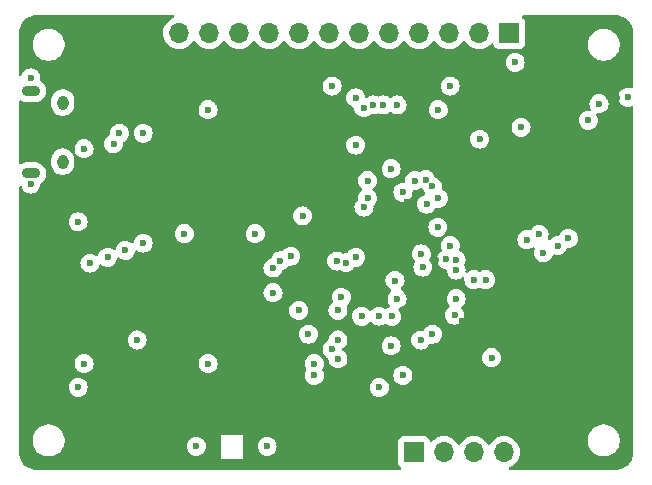
<source format=gbr>
%TF.GenerationSoftware,KiCad,Pcbnew,8.0.4*%
%TF.CreationDate,2024-08-04T16:14:03-04:00*%
%TF.ProjectId,board,626f6172-642e-46b6-9963-61645f706362,rev?*%
%TF.SameCoordinates,Original*%
%TF.FileFunction,Copper,L3,Inr*%
%TF.FilePolarity,Positive*%
%FSLAX46Y46*%
G04 Gerber Fmt 4.6, Leading zero omitted, Abs format (unit mm)*
G04 Created by KiCad (PCBNEW 8.0.4) date 2024-08-04 16:14:03*
%MOMM*%
%LPD*%
G01*
G04 APERTURE LIST*
%TA.AperFunction,ComponentPad*%
%ADD10R,1.700000X1.700000*%
%TD*%
%TA.AperFunction,ComponentPad*%
%ADD11O,1.700000X1.700000*%
%TD*%
%TA.AperFunction,ComponentPad*%
%ADD12O,1.550000X0.890000*%
%TD*%
%TA.AperFunction,ComponentPad*%
%ADD13O,0.950000X1.250000*%
%TD*%
%TA.AperFunction,ViaPad*%
%ADD14C,0.600000*%
%TD*%
G04 APERTURE END LIST*
D10*
%TO.N,Net-(J2-Pin_1)*%
%TO.C,J2*%
X75920000Y-64000000D03*
D11*
%TO.N,Net-(J2-Pin_2)*%
X78460000Y-64000000D03*
%TO.N,/BLE_SWCLK*%
X81000000Y-64000000D03*
%TO.N,/BLE_SWDIO*%
X83540000Y-64000000D03*
%TD*%
D10*
%TO.N,Net-(J3-Pin_1)*%
%TO.C,J3*%
X84000000Y-28500000D03*
D11*
%TO.N,Net-(J3-Pin_2)*%
X81460000Y-28500000D03*
%TO.N,Net-(J3-Pin_3)*%
X78920000Y-28500000D03*
%TO.N,Net-(J3-Pin_4)*%
X76380000Y-28500000D03*
%TO.N,Net-(J3-Pin_5)*%
X73840000Y-28500000D03*
%TO.N,Net-(J3-Pin_6)*%
X71300000Y-28500000D03*
%TO.N,Net-(J3-Pin_7)*%
X68760000Y-28500000D03*
%TO.N,Net-(J3-Pin_8)*%
X66220000Y-28500000D03*
%TO.N,unconnected-(J3-Pin_9-Pad9)*%
X63680000Y-28500000D03*
%TO.N,unconnected-(J3-Pin_10-Pad10)*%
X61140000Y-28500000D03*
%TO.N,unconnected-(J3-Pin_11-Pad11)*%
X58600000Y-28500000D03*
%TO.N,unconnected-(J3-Pin_12-Pad12)*%
X56060000Y-28500000D03*
%TD*%
D12*
%TO.N,GND*%
%TO.C,J4*%
X43500000Y-33400000D03*
D13*
X46200000Y-34400000D03*
X46200000Y-39400000D03*
D12*
X43500000Y-40400000D03*
%TD*%
D14*
%TO.N,GND*%
X76000000Y-41000000D03*
X71500000Y-52500000D03*
X64000000Y-50500000D03*
X47500000Y-44500000D03*
X82000000Y-49400000D03*
X77000000Y-43000000D03*
X53000000Y-37000000D03*
X72000000Y-42500000D03*
X75000000Y-42000000D03*
X57500000Y-63500000D03*
X73000000Y-58520000D03*
X71000000Y-38000000D03*
X58500000Y-56500000D03*
X47500000Y-58500000D03*
X66500000Y-44000000D03*
X58500000Y-35000000D03*
X43500000Y-32300000D03*
X94050000Y-33950000D03*
X43500000Y-41300000D03*
X48000000Y-38300000D03*
X79500000Y-51000000D03*
X67500000Y-57500000D03*
X82500000Y-56000000D03*
X84500000Y-31000000D03*
X79010000Y-46500000D03*
X63500000Y-63500000D03*
%TO.N,+3V3*%
X80000000Y-52900000D03*
X71600000Y-57300006D03*
X66825735Y-50674265D03*
X93100000Y-34000000D03*
X77000000Y-33400000D03*
X65000000Y-53000000D03*
X67500000Y-47000000D03*
X77764877Y-47745123D03*
X83000000Y-48500000D03*
X72400000Y-45500000D03*
X77000000Y-51500000D03*
X84500000Y-34000000D03*
X75304175Y-42810112D03*
X58500000Y-50500000D03*
X60000000Y-36500000D03*
%TO.N,+1V1*%
X71703866Y-43247251D03*
X56500000Y-45500000D03*
X67500000Y-56500000D03*
X75000000Y-57500000D03*
%TO.N,/BLE_SWCLK*%
X91600000Y-34500000D03*
%TO.N,/BLE_SWDIO*%
X90700000Y-35900000D03*
%TO.N,Net-(U1-QSPI_SS)*%
X85500000Y-46000000D03*
X71000000Y-34000000D03*
%TO.N,/RUN*%
X77500000Y-54000000D03*
X89000000Y-45900000D03*
%TO.N,Net-(J2-Pin_2)*%
X72977657Y-52477454D03*
%TO.N,Net-(J2-Pin_1)*%
X74043600Y-52510388D03*
%TO.N,Net-(U1-GPIO10)*%
X52500000Y-54500000D03*
X67000000Y-54000000D03*
%TO.N,Net-(U1-GPIO14)*%
X74000000Y-55000000D03*
X81500000Y-37500000D03*
X69000000Y-55300003D03*
X81000000Y-49400000D03*
X76500000Y-54500000D03*
X79375303Y-52400242D03*
%TO.N,Net-(U1-GPIO0)*%
X53000000Y-46300000D03*
X69387313Y-47815644D03*
%TO.N,Net-(U1-GPIO3)*%
X48500000Y-48000000D03*
X64000000Y-48400000D03*
%TO.N,Net-(U1-GPIO1)*%
X65500000Y-47400000D03*
X51500000Y-46900000D03*
%TO.N,/DIO2*%
X62500000Y-45500000D03*
X70175382Y-47953291D03*
%TO.N,/DIO5*%
X66171472Y-52000000D03*
X48000000Y-56500000D03*
%TO.N,Net-(U1-GPIO2)*%
X64624697Y-47800000D03*
X50000000Y-47500000D03*
%TO.N,Net-(J3-Pin_2)*%
X85000000Y-36500000D03*
X79000000Y-33000000D03*
X74328355Y-49468408D03*
X77954762Y-44954762D03*
%TO.N,Net-(J3-Pin_7)*%
X71674265Y-34825735D03*
X76551315Y-47206738D03*
%TO.N,Net-(J3-Pin_1)*%
X86523175Y-45567369D03*
X74500000Y-51000000D03*
X86900000Y-47099998D03*
%TO.N,Net-(J3-Pin_5)*%
X78679265Y-47679265D03*
X73348527Y-34600000D03*
%TO.N,Net-(J3-Pin_8)*%
X69000000Y-33000000D03*
X71000000Y-47500000D03*
%TO.N,Net-(J3-Pin_6)*%
X72500000Y-34600000D03*
X76684888Y-48335002D03*
%TO.N,Net-(J3-Pin_3)*%
X79500000Y-48582030D03*
X78000000Y-35000000D03*
%TO.N,Net-(J3-Pin_4)*%
X79500000Y-47707057D03*
X74500000Y-34600000D03*
%TO.N,Net-(U1-GPIO11)*%
X78000000Y-42500000D03*
X69500000Y-52000000D03*
%TO.N,Net-(U1-GPIO13)*%
X69500000Y-54500000D03*
X76934313Y-40934313D03*
%TO.N,Net-(U1-GPIO12)*%
X69775734Y-50875736D03*
X77500000Y-41500000D03*
%TO.N,/PB00*%
X69500000Y-56100006D03*
X88100000Y-46500000D03*
%TO.N,Net-(J4-D-)*%
X51000000Y-37000000D03*
X74000000Y-40000000D03*
%TO.N,Net-(J4-D+)*%
X50500000Y-37900000D03*
X72000000Y-41000000D03*
%TD*%
%TA.AperFunction,Conductor*%
%TO.N,+3V3*%
G36*
X55587843Y-27020185D02*
G01*
X55633598Y-27072989D01*
X55643542Y-27142147D01*
X55614517Y-27205703D01*
X55573209Y-27236881D01*
X55547564Y-27248839D01*
X55382171Y-27325964D01*
X55382169Y-27325965D01*
X55188597Y-27461505D01*
X55021505Y-27628597D01*
X54885965Y-27822169D01*
X54885964Y-27822171D01*
X54786098Y-28036335D01*
X54786094Y-28036344D01*
X54724938Y-28264586D01*
X54724936Y-28264596D01*
X54704341Y-28499999D01*
X54704341Y-28500000D01*
X54724936Y-28735403D01*
X54724938Y-28735413D01*
X54786094Y-28963655D01*
X54786096Y-28963659D01*
X54786097Y-28963663D01*
X54793740Y-28980053D01*
X54885965Y-29177830D01*
X54885967Y-29177834D01*
X54994281Y-29332521D01*
X55021505Y-29371401D01*
X55188599Y-29538495D01*
X55285384Y-29606265D01*
X55382165Y-29674032D01*
X55382167Y-29674033D01*
X55382170Y-29674035D01*
X55596337Y-29773903D01*
X55824592Y-29835063D01*
X56001034Y-29850500D01*
X56059999Y-29855659D01*
X56060000Y-29855659D01*
X56060001Y-29855659D01*
X56118966Y-29850500D01*
X56295408Y-29835063D01*
X56523663Y-29773903D01*
X56737830Y-29674035D01*
X56931401Y-29538495D01*
X57098495Y-29371401D01*
X57228425Y-29185842D01*
X57283002Y-29142217D01*
X57352500Y-29135023D01*
X57414855Y-29166546D01*
X57431575Y-29185842D01*
X57561500Y-29371395D01*
X57561505Y-29371401D01*
X57728599Y-29538495D01*
X57825384Y-29606265D01*
X57922165Y-29674032D01*
X57922167Y-29674033D01*
X57922170Y-29674035D01*
X58136337Y-29773903D01*
X58364592Y-29835063D01*
X58541034Y-29850500D01*
X58599999Y-29855659D01*
X58600000Y-29855659D01*
X58600001Y-29855659D01*
X58658966Y-29850500D01*
X58835408Y-29835063D01*
X59063663Y-29773903D01*
X59277830Y-29674035D01*
X59471401Y-29538495D01*
X59638495Y-29371401D01*
X59768425Y-29185842D01*
X59823002Y-29142217D01*
X59892500Y-29135023D01*
X59954855Y-29166546D01*
X59971575Y-29185842D01*
X60101500Y-29371395D01*
X60101505Y-29371401D01*
X60268599Y-29538495D01*
X60365384Y-29606265D01*
X60462165Y-29674032D01*
X60462167Y-29674033D01*
X60462170Y-29674035D01*
X60676337Y-29773903D01*
X60904592Y-29835063D01*
X61081034Y-29850500D01*
X61139999Y-29855659D01*
X61140000Y-29855659D01*
X61140001Y-29855659D01*
X61198966Y-29850500D01*
X61375408Y-29835063D01*
X61603663Y-29773903D01*
X61817830Y-29674035D01*
X62011401Y-29538495D01*
X62178495Y-29371401D01*
X62308425Y-29185842D01*
X62363002Y-29142217D01*
X62432500Y-29135023D01*
X62494855Y-29166546D01*
X62511575Y-29185842D01*
X62641500Y-29371395D01*
X62641505Y-29371401D01*
X62808599Y-29538495D01*
X62905384Y-29606265D01*
X63002165Y-29674032D01*
X63002167Y-29674033D01*
X63002170Y-29674035D01*
X63216337Y-29773903D01*
X63444592Y-29835063D01*
X63621034Y-29850500D01*
X63679999Y-29855659D01*
X63680000Y-29855659D01*
X63680001Y-29855659D01*
X63738966Y-29850500D01*
X63915408Y-29835063D01*
X64143663Y-29773903D01*
X64357830Y-29674035D01*
X64551401Y-29538495D01*
X64718495Y-29371401D01*
X64848425Y-29185842D01*
X64903002Y-29142217D01*
X64972500Y-29135023D01*
X65034855Y-29166546D01*
X65051575Y-29185842D01*
X65181500Y-29371395D01*
X65181505Y-29371401D01*
X65348599Y-29538495D01*
X65445384Y-29606265D01*
X65542165Y-29674032D01*
X65542167Y-29674033D01*
X65542170Y-29674035D01*
X65756337Y-29773903D01*
X65984592Y-29835063D01*
X66161034Y-29850500D01*
X66219999Y-29855659D01*
X66220000Y-29855659D01*
X66220001Y-29855659D01*
X66278966Y-29850500D01*
X66455408Y-29835063D01*
X66683663Y-29773903D01*
X66897830Y-29674035D01*
X67091401Y-29538495D01*
X67258495Y-29371401D01*
X67388425Y-29185842D01*
X67443002Y-29142217D01*
X67512500Y-29135023D01*
X67574855Y-29166546D01*
X67591575Y-29185842D01*
X67721500Y-29371395D01*
X67721505Y-29371401D01*
X67888599Y-29538495D01*
X67985384Y-29606265D01*
X68082165Y-29674032D01*
X68082167Y-29674033D01*
X68082170Y-29674035D01*
X68296337Y-29773903D01*
X68524592Y-29835063D01*
X68701034Y-29850500D01*
X68759999Y-29855659D01*
X68760000Y-29855659D01*
X68760001Y-29855659D01*
X68818966Y-29850500D01*
X68995408Y-29835063D01*
X69223663Y-29773903D01*
X69437830Y-29674035D01*
X69631401Y-29538495D01*
X69798495Y-29371401D01*
X69928425Y-29185842D01*
X69983002Y-29142217D01*
X70052500Y-29135023D01*
X70114855Y-29166546D01*
X70131575Y-29185842D01*
X70261500Y-29371395D01*
X70261505Y-29371401D01*
X70428599Y-29538495D01*
X70525384Y-29606265D01*
X70622165Y-29674032D01*
X70622167Y-29674033D01*
X70622170Y-29674035D01*
X70836337Y-29773903D01*
X71064592Y-29835063D01*
X71241034Y-29850500D01*
X71299999Y-29855659D01*
X71300000Y-29855659D01*
X71300001Y-29855659D01*
X71358966Y-29850500D01*
X71535408Y-29835063D01*
X71763663Y-29773903D01*
X71977830Y-29674035D01*
X72171401Y-29538495D01*
X72338495Y-29371401D01*
X72468425Y-29185842D01*
X72523002Y-29142217D01*
X72592500Y-29135023D01*
X72654855Y-29166546D01*
X72671575Y-29185842D01*
X72801500Y-29371395D01*
X72801505Y-29371401D01*
X72968599Y-29538495D01*
X73065384Y-29606265D01*
X73162165Y-29674032D01*
X73162167Y-29674033D01*
X73162170Y-29674035D01*
X73376337Y-29773903D01*
X73604592Y-29835063D01*
X73781034Y-29850500D01*
X73839999Y-29855659D01*
X73840000Y-29855659D01*
X73840001Y-29855659D01*
X73898966Y-29850500D01*
X74075408Y-29835063D01*
X74303663Y-29773903D01*
X74517830Y-29674035D01*
X74711401Y-29538495D01*
X74878495Y-29371401D01*
X75008425Y-29185842D01*
X75063002Y-29142217D01*
X75132500Y-29135023D01*
X75194855Y-29166546D01*
X75211575Y-29185842D01*
X75341500Y-29371395D01*
X75341505Y-29371401D01*
X75508599Y-29538495D01*
X75605384Y-29606265D01*
X75702165Y-29674032D01*
X75702167Y-29674033D01*
X75702170Y-29674035D01*
X75916337Y-29773903D01*
X76144592Y-29835063D01*
X76321034Y-29850500D01*
X76379999Y-29855659D01*
X76380000Y-29855659D01*
X76380001Y-29855659D01*
X76438966Y-29850500D01*
X76615408Y-29835063D01*
X76843663Y-29773903D01*
X77057830Y-29674035D01*
X77251401Y-29538495D01*
X77418495Y-29371401D01*
X77548425Y-29185842D01*
X77603002Y-29142217D01*
X77672500Y-29135023D01*
X77734855Y-29166546D01*
X77751575Y-29185842D01*
X77881500Y-29371395D01*
X77881505Y-29371401D01*
X78048599Y-29538495D01*
X78145384Y-29606265D01*
X78242165Y-29674032D01*
X78242167Y-29674033D01*
X78242170Y-29674035D01*
X78456337Y-29773903D01*
X78684592Y-29835063D01*
X78861034Y-29850500D01*
X78919999Y-29855659D01*
X78920000Y-29855659D01*
X78920001Y-29855659D01*
X78978966Y-29850500D01*
X79155408Y-29835063D01*
X79383663Y-29773903D01*
X79597830Y-29674035D01*
X79791401Y-29538495D01*
X79958495Y-29371401D01*
X80088425Y-29185842D01*
X80143002Y-29142217D01*
X80212500Y-29135023D01*
X80274855Y-29166546D01*
X80291575Y-29185842D01*
X80421500Y-29371395D01*
X80421505Y-29371401D01*
X80588599Y-29538495D01*
X80685384Y-29606265D01*
X80782165Y-29674032D01*
X80782167Y-29674033D01*
X80782170Y-29674035D01*
X80996337Y-29773903D01*
X81224592Y-29835063D01*
X81401034Y-29850500D01*
X81459999Y-29855659D01*
X81460000Y-29855659D01*
X81460001Y-29855659D01*
X81518966Y-29850500D01*
X81695408Y-29835063D01*
X81923663Y-29773903D01*
X82137830Y-29674035D01*
X82331401Y-29538495D01*
X82453329Y-29416566D01*
X82514648Y-29383084D01*
X82584340Y-29388068D01*
X82640274Y-29429939D01*
X82657189Y-29460917D01*
X82706202Y-29592328D01*
X82706206Y-29592335D01*
X82792452Y-29707544D01*
X82792455Y-29707547D01*
X82907664Y-29793793D01*
X82907671Y-29793797D01*
X83042517Y-29844091D01*
X83042516Y-29844091D01*
X83049444Y-29844835D01*
X83102127Y-29850500D01*
X84897872Y-29850499D01*
X84957483Y-29844091D01*
X85092331Y-29793796D01*
X85207546Y-29707546D01*
X85293796Y-29592331D01*
X85344091Y-29457483D01*
X85350500Y-29397873D01*
X85350500Y-29393399D01*
X90645500Y-29393399D01*
X90645500Y-29606600D01*
X90678853Y-29817180D01*
X90678853Y-29817183D01*
X90744734Y-30019944D01*
X90744736Y-30019947D01*
X90841528Y-30209913D01*
X90966846Y-30382397D01*
X91117603Y-30533154D01*
X91290087Y-30658472D01*
X91480053Y-30755264D01*
X91480055Y-30755265D01*
X91669182Y-30816715D01*
X91682821Y-30821147D01*
X91893399Y-30854500D01*
X91893400Y-30854500D01*
X92106600Y-30854500D01*
X92106601Y-30854500D01*
X92317179Y-30821147D01*
X92317182Y-30821146D01*
X92317183Y-30821146D01*
X92519944Y-30755265D01*
X92519944Y-30755264D01*
X92519947Y-30755264D01*
X92709913Y-30658472D01*
X92882397Y-30533154D01*
X93033154Y-30382397D01*
X93158472Y-30209913D01*
X93255264Y-30019947D01*
X93308644Y-29855659D01*
X93321146Y-29817183D01*
X93321146Y-29817182D01*
X93321147Y-29817179D01*
X93354500Y-29606601D01*
X93354500Y-29393399D01*
X93321147Y-29182821D01*
X93321146Y-29182817D01*
X93321146Y-29182816D01*
X93255265Y-28980055D01*
X93255263Y-28980052D01*
X93246913Y-28963663D01*
X93158472Y-28790087D01*
X93033154Y-28617603D01*
X92882397Y-28466846D01*
X92709913Y-28341528D01*
X92519947Y-28244736D01*
X92519944Y-28244734D01*
X92317181Y-28178853D01*
X92176793Y-28156617D01*
X92106601Y-28145500D01*
X91893399Y-28145500D01*
X91823206Y-28156617D01*
X91682819Y-28178853D01*
X91682816Y-28178853D01*
X91480055Y-28244734D01*
X91480052Y-28244736D01*
X91290086Y-28341528D01*
X91117601Y-28466847D01*
X90966847Y-28617601D01*
X90841528Y-28790086D01*
X90744736Y-28980052D01*
X90744734Y-28980055D01*
X90678853Y-29182816D01*
X90678853Y-29182819D01*
X90645500Y-29393399D01*
X85350500Y-29393399D01*
X85350499Y-27602128D01*
X85344091Y-27542517D01*
X85342810Y-27539083D01*
X85293797Y-27407671D01*
X85293793Y-27407664D01*
X85207547Y-27292455D01*
X85207544Y-27292452D01*
X85115792Y-27223766D01*
X85073921Y-27167832D01*
X85068937Y-27098141D01*
X85102423Y-27036818D01*
X85163746Y-27003334D01*
X85190103Y-27000500D01*
X92934108Y-27000500D01*
X92995572Y-27000500D01*
X93004418Y-27000816D01*
X93204561Y-27015130D01*
X93222063Y-27017647D01*
X93413797Y-27059355D01*
X93430755Y-27064334D01*
X93589426Y-27123516D01*
X93614609Y-27132909D01*
X93630701Y-27140259D01*
X93802904Y-27234288D01*
X93817784Y-27243849D01*
X93974867Y-27361441D01*
X93988237Y-27373027D01*
X94126972Y-27511762D01*
X94138558Y-27525132D01*
X94216011Y-27628597D01*
X94256146Y-27682210D01*
X94265711Y-27697095D01*
X94359740Y-27869298D01*
X94367090Y-27885390D01*
X94435662Y-28069236D01*
X94440646Y-28086212D01*
X94482351Y-28277931D01*
X94484869Y-28295442D01*
X94499184Y-28495580D01*
X94499500Y-28504427D01*
X94499500Y-33084432D01*
X94479815Y-33151471D01*
X94427011Y-33197226D01*
X94357853Y-33207170D01*
X94334546Y-33201474D01*
X94229257Y-33164632D01*
X94229249Y-33164630D01*
X94050004Y-33144435D01*
X94049996Y-33144435D01*
X93870750Y-33164630D01*
X93870745Y-33164631D01*
X93700476Y-33224211D01*
X93547737Y-33320184D01*
X93420184Y-33447737D01*
X93324211Y-33600476D01*
X93264631Y-33770745D01*
X93264630Y-33770750D01*
X93244435Y-33949996D01*
X93244435Y-33950003D01*
X93264630Y-34129249D01*
X93264631Y-34129254D01*
X93324211Y-34299523D01*
X93400384Y-34420750D01*
X93420184Y-34452262D01*
X93547738Y-34579816D01*
X93638080Y-34636582D01*
X93660192Y-34650476D01*
X93700478Y-34675789D01*
X93765457Y-34698526D01*
X93870745Y-34735368D01*
X93870750Y-34735369D01*
X94049996Y-34755565D01*
X94050000Y-34755565D01*
X94050004Y-34755565D01*
X94229249Y-34735369D01*
X94229251Y-34735368D01*
X94229255Y-34735368D01*
X94229258Y-34735366D01*
X94229262Y-34735366D01*
X94334545Y-34698526D01*
X94404324Y-34694964D01*
X94464951Y-34729692D01*
X94497179Y-34791686D01*
X94499500Y-34815567D01*
X94499500Y-63995572D01*
X94499184Y-64004419D01*
X94484869Y-64204557D01*
X94482351Y-64222068D01*
X94440646Y-64413787D01*
X94435662Y-64430763D01*
X94367090Y-64614609D01*
X94359740Y-64630701D01*
X94265711Y-64802904D01*
X94256146Y-64817789D01*
X94138558Y-64974867D01*
X94126972Y-64988237D01*
X93988237Y-65126972D01*
X93974867Y-65138558D01*
X93817789Y-65256146D01*
X93802904Y-65265711D01*
X93630701Y-65359740D01*
X93614609Y-65367090D01*
X93430763Y-65435662D01*
X93413787Y-65440646D01*
X93222068Y-65482351D01*
X93204557Y-65484869D01*
X93023779Y-65497799D01*
X93004417Y-65499184D01*
X92995572Y-65499500D01*
X84079196Y-65499500D01*
X84012157Y-65479815D01*
X83966402Y-65427011D01*
X83956458Y-65357853D01*
X83985483Y-65294297D01*
X84026791Y-65263118D01*
X84030347Y-65261460D01*
X84217830Y-65174035D01*
X84411401Y-65038495D01*
X84578495Y-64871401D01*
X84714035Y-64677830D01*
X84813903Y-64463663D01*
X84875063Y-64235408D01*
X84895659Y-64000000D01*
X84875063Y-63764592D01*
X84813903Y-63536337D01*
X84714035Y-63322171D01*
X84710543Y-63317183D01*
X84578494Y-63128597D01*
X84411402Y-62961506D01*
X84411395Y-62961501D01*
X84314136Y-62893399D01*
X90645500Y-62893399D01*
X90645500Y-63106601D01*
X90648984Y-63128597D01*
X90678853Y-63317180D01*
X90678853Y-63317183D01*
X90744734Y-63519944D01*
X90744736Y-63519947D01*
X90841528Y-63709913D01*
X90966846Y-63882397D01*
X91117603Y-64033154D01*
X91290087Y-64158472D01*
X91480053Y-64255264D01*
X91480055Y-64255265D01*
X91572707Y-64285369D01*
X91682821Y-64321147D01*
X91893399Y-64354500D01*
X91893400Y-64354500D01*
X92106600Y-64354500D01*
X92106601Y-64354500D01*
X92317179Y-64321147D01*
X92317182Y-64321146D01*
X92317183Y-64321146D01*
X92519944Y-64255265D01*
X92519944Y-64255264D01*
X92519947Y-64255264D01*
X92709913Y-64158472D01*
X92882397Y-64033154D01*
X93033154Y-63882397D01*
X93158472Y-63709913D01*
X93255264Y-63519947D01*
X93319987Y-63320750D01*
X93321146Y-63317183D01*
X93321146Y-63317182D01*
X93321147Y-63317179D01*
X93354500Y-63106601D01*
X93354500Y-62893399D01*
X93321147Y-62682821D01*
X93321146Y-62682817D01*
X93321146Y-62682816D01*
X93255265Y-62480055D01*
X93255263Y-62480052D01*
X93158471Y-62290086D01*
X93033154Y-62117603D01*
X92882397Y-61966846D01*
X92709913Y-61841528D01*
X92519947Y-61744736D01*
X92519944Y-61744734D01*
X92317181Y-61678853D01*
X92176793Y-61656617D01*
X92106601Y-61645500D01*
X91893399Y-61645500D01*
X91823206Y-61656617D01*
X91682819Y-61678853D01*
X91682816Y-61678853D01*
X91480055Y-61744734D01*
X91480052Y-61744736D01*
X91290086Y-61841528D01*
X91117601Y-61966847D01*
X90966847Y-62117601D01*
X90841528Y-62290086D01*
X90744736Y-62480052D01*
X90744734Y-62480055D01*
X90678853Y-62682816D01*
X90678853Y-62682819D01*
X90671998Y-62726098D01*
X90645500Y-62893399D01*
X84314136Y-62893399D01*
X84217834Y-62825967D01*
X84217830Y-62825965D01*
X84217828Y-62825964D01*
X84003663Y-62726097D01*
X84003659Y-62726096D01*
X84003655Y-62726094D01*
X83775413Y-62664938D01*
X83775403Y-62664936D01*
X83540001Y-62644341D01*
X83539999Y-62644341D01*
X83304596Y-62664936D01*
X83304586Y-62664938D01*
X83076344Y-62726094D01*
X83076335Y-62726098D01*
X82862171Y-62825964D01*
X82862169Y-62825965D01*
X82668597Y-62961505D01*
X82501505Y-63128597D01*
X82371575Y-63314158D01*
X82316998Y-63357783D01*
X82247500Y-63364977D01*
X82185145Y-63333454D01*
X82168425Y-63314158D01*
X82038494Y-63128597D01*
X81871402Y-62961506D01*
X81871395Y-62961501D01*
X81677834Y-62825967D01*
X81677830Y-62825965D01*
X81677828Y-62825964D01*
X81463663Y-62726097D01*
X81463659Y-62726096D01*
X81463655Y-62726094D01*
X81235413Y-62664938D01*
X81235403Y-62664936D01*
X81000001Y-62644341D01*
X80999999Y-62644341D01*
X80764596Y-62664936D01*
X80764586Y-62664938D01*
X80536344Y-62726094D01*
X80536335Y-62726098D01*
X80322171Y-62825964D01*
X80322169Y-62825965D01*
X80128597Y-62961505D01*
X79961505Y-63128597D01*
X79831575Y-63314158D01*
X79776998Y-63357783D01*
X79707500Y-63364977D01*
X79645145Y-63333454D01*
X79628425Y-63314158D01*
X79498494Y-63128597D01*
X79331402Y-62961506D01*
X79331395Y-62961501D01*
X79137834Y-62825967D01*
X79137830Y-62825965D01*
X79137828Y-62825964D01*
X78923663Y-62726097D01*
X78923659Y-62726096D01*
X78923655Y-62726094D01*
X78695413Y-62664938D01*
X78695403Y-62664936D01*
X78460001Y-62644341D01*
X78459999Y-62644341D01*
X78224596Y-62664936D01*
X78224586Y-62664938D01*
X77996344Y-62726094D01*
X77996335Y-62726098D01*
X77782171Y-62825964D01*
X77782169Y-62825965D01*
X77588600Y-62961503D01*
X77466673Y-63083430D01*
X77405350Y-63116914D01*
X77335658Y-63111930D01*
X77279725Y-63070058D01*
X77262810Y-63039081D01*
X77213797Y-62907671D01*
X77213793Y-62907664D01*
X77127547Y-62792455D01*
X77127544Y-62792452D01*
X77012335Y-62706206D01*
X77012328Y-62706202D01*
X76877482Y-62655908D01*
X76877483Y-62655908D01*
X76817883Y-62649501D01*
X76817881Y-62649500D01*
X76817873Y-62649500D01*
X76817864Y-62649500D01*
X75022129Y-62649500D01*
X75022123Y-62649501D01*
X74962516Y-62655908D01*
X74827671Y-62706202D01*
X74827664Y-62706206D01*
X74712455Y-62792452D01*
X74712452Y-62792455D01*
X74626206Y-62907664D01*
X74626202Y-62907671D01*
X74575908Y-63042517D01*
X74569501Y-63102116D01*
X74569500Y-63102135D01*
X74569500Y-64897870D01*
X74569501Y-64897876D01*
X74575908Y-64957483D01*
X74626202Y-65092328D01*
X74626206Y-65092335D01*
X74712452Y-65207544D01*
X74712455Y-65207547D01*
X74804208Y-65276234D01*
X74846079Y-65332168D01*
X74851063Y-65401859D01*
X74817577Y-65463182D01*
X74756254Y-65496666D01*
X74729897Y-65499500D01*
X44004428Y-65499500D01*
X43995582Y-65499184D01*
X43973622Y-65497613D01*
X43795442Y-65484869D01*
X43777931Y-65482351D01*
X43586212Y-65440646D01*
X43569236Y-65435662D01*
X43385390Y-65367090D01*
X43369298Y-65359740D01*
X43197095Y-65265711D01*
X43182210Y-65256146D01*
X43117288Y-65207546D01*
X43025132Y-65138558D01*
X43011762Y-65126972D01*
X42873027Y-64988237D01*
X42861441Y-64974867D01*
X42850998Y-64960917D01*
X42743849Y-64817784D01*
X42734288Y-64802904D01*
X42640259Y-64630701D01*
X42632909Y-64614609D01*
X42627460Y-64600000D01*
X59575000Y-64600000D01*
X61475000Y-64600000D01*
X61475000Y-63499996D01*
X62694435Y-63499996D01*
X62694435Y-63500003D01*
X62714630Y-63679249D01*
X62714631Y-63679254D01*
X62774211Y-63849523D01*
X62794868Y-63882398D01*
X62870184Y-64002262D01*
X62997738Y-64129816D01*
X63043342Y-64158471D01*
X63130762Y-64213401D01*
X63150478Y-64225789D01*
X63234710Y-64255263D01*
X63320745Y-64285368D01*
X63320750Y-64285369D01*
X63499996Y-64305565D01*
X63500000Y-64305565D01*
X63500004Y-64305565D01*
X63679249Y-64285369D01*
X63679252Y-64285368D01*
X63679255Y-64285368D01*
X63849522Y-64225789D01*
X64002262Y-64129816D01*
X64129816Y-64002262D01*
X64225789Y-63849522D01*
X64285368Y-63679255D01*
X64305565Y-63500000D01*
X64289541Y-63357783D01*
X64285369Y-63320750D01*
X64285368Y-63320745D01*
X64225788Y-63150476D01*
X64175258Y-63070058D01*
X64129816Y-62997738D01*
X64002262Y-62870184D01*
X63849523Y-62774211D01*
X63679254Y-62714631D01*
X63679249Y-62714630D01*
X63500004Y-62694435D01*
X63499996Y-62694435D01*
X63320750Y-62714630D01*
X63320745Y-62714631D01*
X63150476Y-62774211D01*
X62997737Y-62870184D01*
X62870184Y-62997737D01*
X62774211Y-63150476D01*
X62714631Y-63320745D01*
X62714630Y-63320750D01*
X62694435Y-63499996D01*
X61475000Y-63499996D01*
X61475000Y-62510000D01*
X59575000Y-62510000D01*
X59575000Y-64600000D01*
X42627460Y-64600000D01*
X42576609Y-64463664D01*
X42564334Y-64430755D01*
X42559355Y-64413797D01*
X42517647Y-64222063D01*
X42515130Y-64204556D01*
X42509784Y-64129815D01*
X42500816Y-64004418D01*
X42500500Y-63995572D01*
X42500500Y-62893399D01*
X43645500Y-62893399D01*
X43645500Y-63106601D01*
X43648984Y-63128597D01*
X43678853Y-63317180D01*
X43678853Y-63317183D01*
X43744734Y-63519944D01*
X43744736Y-63519947D01*
X43841528Y-63709913D01*
X43966846Y-63882397D01*
X44117603Y-64033154D01*
X44290087Y-64158472D01*
X44480053Y-64255264D01*
X44480055Y-64255265D01*
X44572707Y-64285369D01*
X44682821Y-64321147D01*
X44893399Y-64354500D01*
X44893400Y-64354500D01*
X45106600Y-64354500D01*
X45106601Y-64354500D01*
X45317179Y-64321147D01*
X45317182Y-64321146D01*
X45317183Y-64321146D01*
X45519944Y-64255265D01*
X45519944Y-64255264D01*
X45519947Y-64255264D01*
X45709913Y-64158472D01*
X45882397Y-64033154D01*
X46033154Y-63882397D01*
X46158472Y-63709913D01*
X46255264Y-63519947D01*
X46261746Y-63499996D01*
X56694435Y-63499996D01*
X56694435Y-63500003D01*
X56714630Y-63679249D01*
X56714631Y-63679254D01*
X56774211Y-63849523D01*
X56794868Y-63882398D01*
X56870184Y-64002262D01*
X56997738Y-64129816D01*
X57043342Y-64158471D01*
X57130762Y-64213401D01*
X57150478Y-64225789D01*
X57234710Y-64255263D01*
X57320745Y-64285368D01*
X57320750Y-64285369D01*
X57499996Y-64305565D01*
X57500000Y-64305565D01*
X57500004Y-64305565D01*
X57679249Y-64285369D01*
X57679252Y-64285368D01*
X57679255Y-64285368D01*
X57849522Y-64225789D01*
X58002262Y-64129816D01*
X58129816Y-64002262D01*
X58225789Y-63849522D01*
X58285368Y-63679255D01*
X58305565Y-63500000D01*
X58289541Y-63357783D01*
X58285369Y-63320750D01*
X58285368Y-63320745D01*
X58225788Y-63150476D01*
X58175258Y-63070058D01*
X58129816Y-62997738D01*
X58002262Y-62870184D01*
X57849523Y-62774211D01*
X57679254Y-62714631D01*
X57679249Y-62714630D01*
X57500004Y-62694435D01*
X57499996Y-62694435D01*
X57320750Y-62714630D01*
X57320745Y-62714631D01*
X57150476Y-62774211D01*
X56997737Y-62870184D01*
X56870184Y-62997737D01*
X56774211Y-63150476D01*
X56714631Y-63320745D01*
X56714630Y-63320750D01*
X56694435Y-63499996D01*
X46261746Y-63499996D01*
X46319987Y-63320750D01*
X46321146Y-63317183D01*
X46321146Y-63317182D01*
X46321147Y-63317179D01*
X46354500Y-63106601D01*
X46354500Y-62893399D01*
X46321147Y-62682821D01*
X46321146Y-62682817D01*
X46321146Y-62682816D01*
X46255265Y-62480055D01*
X46255263Y-62480052D01*
X46158471Y-62290086D01*
X46033154Y-62117603D01*
X45882397Y-61966846D01*
X45709913Y-61841528D01*
X45519947Y-61744736D01*
X45519944Y-61744734D01*
X45317181Y-61678853D01*
X45176793Y-61656617D01*
X45106601Y-61645500D01*
X44893399Y-61645500D01*
X44823206Y-61656617D01*
X44682819Y-61678853D01*
X44682816Y-61678853D01*
X44480055Y-61744734D01*
X44480052Y-61744736D01*
X44290086Y-61841528D01*
X44117601Y-61966847D01*
X43966847Y-62117601D01*
X43841528Y-62290086D01*
X43744736Y-62480052D01*
X43744734Y-62480055D01*
X43678853Y-62682816D01*
X43678853Y-62682819D01*
X43671998Y-62726098D01*
X43645500Y-62893399D01*
X42500500Y-62893399D01*
X42500500Y-58499996D01*
X46694435Y-58499996D01*
X46694435Y-58500003D01*
X46714630Y-58679249D01*
X46714631Y-58679254D01*
X46774211Y-58849523D01*
X46786778Y-58869523D01*
X46870184Y-59002262D01*
X46997738Y-59129816D01*
X47150478Y-59225789D01*
X47207632Y-59245788D01*
X47320745Y-59285368D01*
X47320750Y-59285369D01*
X47499996Y-59305565D01*
X47500000Y-59305565D01*
X47500004Y-59305565D01*
X47679249Y-59285369D01*
X47679252Y-59285368D01*
X47679255Y-59285368D01*
X47849522Y-59225789D01*
X48002262Y-59129816D01*
X48129816Y-59002262D01*
X48225789Y-58849522D01*
X48285368Y-58679255D01*
X48285369Y-58679249D01*
X48303312Y-58519996D01*
X72194435Y-58519996D01*
X72194435Y-58520003D01*
X72214630Y-58699249D01*
X72214631Y-58699254D01*
X72274211Y-58869523D01*
X72357617Y-59002262D01*
X72370184Y-59022262D01*
X72497738Y-59149816D01*
X72588080Y-59206582D01*
X72618646Y-59225788D01*
X72650478Y-59245789D01*
X72763591Y-59285369D01*
X72820745Y-59305368D01*
X72820750Y-59305369D01*
X72999996Y-59325565D01*
X73000000Y-59325565D01*
X73000004Y-59325565D01*
X73179249Y-59305369D01*
X73179252Y-59305368D01*
X73179255Y-59305368D01*
X73349522Y-59245789D01*
X73502262Y-59149816D01*
X73629816Y-59022262D01*
X73725789Y-58869522D01*
X73785368Y-58699255D01*
X73785369Y-58699249D01*
X73805565Y-58520003D01*
X73805565Y-58519996D01*
X73785369Y-58340750D01*
X73785368Y-58340745D01*
X73725788Y-58170476D01*
X73629815Y-58017737D01*
X73502262Y-57890184D01*
X73349523Y-57794211D01*
X73179254Y-57734631D01*
X73179249Y-57734630D01*
X73000004Y-57714435D01*
X72999996Y-57714435D01*
X72820750Y-57734630D01*
X72820745Y-57734631D01*
X72650476Y-57794211D01*
X72497737Y-57890184D01*
X72370184Y-58017737D01*
X72274211Y-58170476D01*
X72214631Y-58340745D01*
X72214630Y-58340750D01*
X72194435Y-58519996D01*
X48303312Y-58519996D01*
X48305565Y-58500003D01*
X48305565Y-58499996D01*
X48285369Y-58320750D01*
X48285368Y-58320745D01*
X48232787Y-58170478D01*
X48225789Y-58150478D01*
X48129816Y-57997738D01*
X48002262Y-57870184D01*
X47969379Y-57849522D01*
X47849523Y-57774211D01*
X47679254Y-57714631D01*
X47679249Y-57714630D01*
X47500004Y-57694435D01*
X47499996Y-57694435D01*
X47320750Y-57714630D01*
X47320745Y-57714631D01*
X47150476Y-57774211D01*
X46997737Y-57870184D01*
X46870184Y-57997737D01*
X46774211Y-58150476D01*
X46714631Y-58320745D01*
X46714630Y-58320750D01*
X46694435Y-58499996D01*
X42500500Y-58499996D01*
X42500500Y-56499996D01*
X47194435Y-56499996D01*
X47194435Y-56500003D01*
X47214630Y-56679249D01*
X47214631Y-56679254D01*
X47274211Y-56849523D01*
X47309429Y-56905571D01*
X47370184Y-57002262D01*
X47497738Y-57129816D01*
X47650478Y-57225789D01*
X47820745Y-57285368D01*
X47820750Y-57285369D01*
X47999996Y-57305565D01*
X48000000Y-57305565D01*
X48000004Y-57305565D01*
X48179249Y-57285369D01*
X48179252Y-57285368D01*
X48179255Y-57285368D01*
X48349522Y-57225789D01*
X48502262Y-57129816D01*
X48629816Y-57002262D01*
X48725789Y-56849522D01*
X48785368Y-56679255D01*
X48785369Y-56679249D01*
X48805565Y-56500003D01*
X48805565Y-56499996D01*
X57694435Y-56499996D01*
X57694435Y-56500003D01*
X57714630Y-56679249D01*
X57714631Y-56679254D01*
X57774211Y-56849523D01*
X57809429Y-56905571D01*
X57870184Y-57002262D01*
X57997738Y-57129816D01*
X58150478Y-57225789D01*
X58320745Y-57285368D01*
X58320750Y-57285369D01*
X58499996Y-57305565D01*
X58500000Y-57305565D01*
X58500004Y-57305565D01*
X58679249Y-57285369D01*
X58679252Y-57285368D01*
X58679255Y-57285368D01*
X58849522Y-57225789D01*
X59002262Y-57129816D01*
X59129816Y-57002262D01*
X59225789Y-56849522D01*
X59285368Y-56679255D01*
X59285369Y-56679249D01*
X59305565Y-56500003D01*
X59305565Y-56499996D01*
X66694435Y-56499996D01*
X66694435Y-56500003D01*
X66714630Y-56679249D01*
X66714633Y-56679262D01*
X66774209Y-56849520D01*
X66827309Y-56934029D01*
X66846309Y-57001266D01*
X66827309Y-57065971D01*
X66774209Y-57150479D01*
X66714633Y-57320737D01*
X66714630Y-57320750D01*
X66694435Y-57499996D01*
X66694435Y-57500003D01*
X66714630Y-57679249D01*
X66714631Y-57679254D01*
X66774211Y-57849523D01*
X66867341Y-57997737D01*
X66870184Y-58002262D01*
X66997738Y-58129816D01*
X67150478Y-58225789D01*
X67320745Y-58285368D01*
X67320750Y-58285369D01*
X67499996Y-58305565D01*
X67500000Y-58305565D01*
X67500004Y-58305565D01*
X67679249Y-58285369D01*
X67679252Y-58285368D01*
X67679255Y-58285368D01*
X67849522Y-58225789D01*
X68002262Y-58129816D01*
X68129816Y-58002262D01*
X68225789Y-57849522D01*
X68285368Y-57679255D01*
X68305565Y-57500000D01*
X68305565Y-57499996D01*
X74194435Y-57499996D01*
X74194435Y-57500003D01*
X74214630Y-57679249D01*
X74214631Y-57679254D01*
X74274211Y-57849523D01*
X74367341Y-57997737D01*
X74370184Y-58002262D01*
X74497738Y-58129816D01*
X74650478Y-58225789D01*
X74820745Y-58285368D01*
X74820750Y-58285369D01*
X74999996Y-58305565D01*
X75000000Y-58305565D01*
X75000004Y-58305565D01*
X75179249Y-58285369D01*
X75179252Y-58285368D01*
X75179255Y-58285368D01*
X75349522Y-58225789D01*
X75502262Y-58129816D01*
X75629816Y-58002262D01*
X75725789Y-57849522D01*
X75785368Y-57679255D01*
X75805565Y-57500000D01*
X75785368Y-57320745D01*
X75725789Y-57150478D01*
X75629816Y-56997738D01*
X75502262Y-56870184D01*
X75469379Y-56849522D01*
X75349523Y-56774211D01*
X75179254Y-56714631D01*
X75179249Y-56714630D01*
X75000004Y-56694435D01*
X74999996Y-56694435D01*
X74820750Y-56714630D01*
X74820745Y-56714631D01*
X74650476Y-56774211D01*
X74497737Y-56870184D01*
X74370184Y-56997737D01*
X74274211Y-57150476D01*
X74214631Y-57320745D01*
X74214630Y-57320750D01*
X74194435Y-57499996D01*
X68305565Y-57499996D01*
X68285368Y-57320745D01*
X68225789Y-57150478D01*
X68225788Y-57150476D01*
X68225788Y-57150475D01*
X68172691Y-57065973D01*
X68153690Y-56998736D01*
X68172691Y-56934027D01*
X68225788Y-56849524D01*
X68225789Y-56849522D01*
X68285368Y-56679255D01*
X68285369Y-56679249D01*
X68305565Y-56500003D01*
X68305565Y-56499996D01*
X68285369Y-56320750D01*
X68285368Y-56320745D01*
X68270850Y-56279255D01*
X68225789Y-56150478D01*
X68129816Y-55997738D01*
X68002262Y-55870184D01*
X67849523Y-55774211D01*
X67679254Y-55714631D01*
X67679249Y-55714630D01*
X67500004Y-55694435D01*
X67499996Y-55694435D01*
X67320750Y-55714630D01*
X67320745Y-55714631D01*
X67150476Y-55774211D01*
X66997737Y-55870184D01*
X66870184Y-55997737D01*
X66774211Y-56150476D01*
X66714631Y-56320745D01*
X66714630Y-56320750D01*
X66694435Y-56499996D01*
X59305565Y-56499996D01*
X59285369Y-56320750D01*
X59285368Y-56320745D01*
X59270850Y-56279255D01*
X59225789Y-56150478D01*
X59129816Y-55997738D01*
X59002262Y-55870184D01*
X58849523Y-55774211D01*
X58679254Y-55714631D01*
X58679249Y-55714630D01*
X58500004Y-55694435D01*
X58499996Y-55694435D01*
X58320750Y-55714630D01*
X58320745Y-55714631D01*
X58150476Y-55774211D01*
X57997737Y-55870184D01*
X57870184Y-55997737D01*
X57774211Y-56150476D01*
X57714631Y-56320745D01*
X57714630Y-56320750D01*
X57694435Y-56499996D01*
X48805565Y-56499996D01*
X48785369Y-56320750D01*
X48785368Y-56320745D01*
X48770850Y-56279255D01*
X48725789Y-56150478D01*
X48629816Y-55997738D01*
X48502262Y-55870184D01*
X48349523Y-55774211D01*
X48179254Y-55714631D01*
X48179249Y-55714630D01*
X48000004Y-55694435D01*
X47999996Y-55694435D01*
X47820750Y-55714630D01*
X47820745Y-55714631D01*
X47650476Y-55774211D01*
X47497737Y-55870184D01*
X47370184Y-55997737D01*
X47274211Y-56150476D01*
X47214631Y-56320745D01*
X47214630Y-56320750D01*
X47194435Y-56499996D01*
X42500500Y-56499996D01*
X42500500Y-54499996D01*
X51694435Y-54499996D01*
X51694435Y-54500003D01*
X51714630Y-54679249D01*
X51714631Y-54679254D01*
X51774211Y-54849523D01*
X51837648Y-54950481D01*
X51870184Y-55002262D01*
X51997738Y-55129816D01*
X51997740Y-55129817D01*
X52132721Y-55214632D01*
X52150478Y-55225789D01*
X52288860Y-55274211D01*
X52320745Y-55285368D01*
X52320750Y-55285369D01*
X52499996Y-55305565D01*
X52500000Y-55305565D01*
X52500004Y-55305565D01*
X52549404Y-55299999D01*
X68194435Y-55299999D01*
X68194435Y-55300006D01*
X68214630Y-55479252D01*
X68214631Y-55479257D01*
X68274211Y-55649526D01*
X68370184Y-55802265D01*
X68497738Y-55929819D01*
X68609424Y-55999996D01*
X68638222Y-56018091D01*
X68684513Y-56070426D01*
X68695470Y-56109201D01*
X68714630Y-56279256D01*
X68714631Y-56279260D01*
X68774211Y-56449529D01*
X68807346Y-56502262D01*
X68870184Y-56602268D01*
X68997738Y-56729822D01*
X69150478Y-56825795D01*
X69320745Y-56885374D01*
X69320750Y-56885375D01*
X69499996Y-56905571D01*
X69500000Y-56905571D01*
X69500004Y-56905571D01*
X69679249Y-56885375D01*
X69679252Y-56885374D01*
X69679255Y-56885374D01*
X69849522Y-56825795D01*
X70002262Y-56729822D01*
X70129816Y-56602268D01*
X70225789Y-56449528D01*
X70285368Y-56279261D01*
X70296637Y-56179249D01*
X70305565Y-56100009D01*
X70305565Y-56100002D01*
X70294297Y-55999996D01*
X81694435Y-55999996D01*
X81694435Y-56000003D01*
X81714630Y-56179249D01*
X81714631Y-56179254D01*
X81774211Y-56349523D01*
X81868760Y-56499996D01*
X81870184Y-56502262D01*
X81997738Y-56629816D01*
X82076410Y-56679249D01*
X82132721Y-56714632D01*
X82150478Y-56725789D01*
X82162004Y-56729822D01*
X82320745Y-56785368D01*
X82320750Y-56785369D01*
X82499996Y-56805565D01*
X82500000Y-56805565D01*
X82500004Y-56805565D01*
X82679249Y-56785369D01*
X82679252Y-56785368D01*
X82679255Y-56785368D01*
X82849522Y-56725789D01*
X83002262Y-56629816D01*
X83129816Y-56502262D01*
X83225789Y-56349522D01*
X83285368Y-56179255D01*
X83285369Y-56179249D01*
X83305565Y-56000003D01*
X83305565Y-55999996D01*
X83285369Y-55820750D01*
X83285368Y-55820745D01*
X83269085Y-55774211D01*
X83225789Y-55650478D01*
X83129816Y-55497738D01*
X83002262Y-55370184D01*
X82980650Y-55356604D01*
X82849523Y-55274211D01*
X82679254Y-55214631D01*
X82679249Y-55214630D01*
X82500004Y-55194435D01*
X82499996Y-55194435D01*
X82320750Y-55214630D01*
X82320745Y-55214631D01*
X82150476Y-55274211D01*
X81997737Y-55370184D01*
X81870184Y-55497737D01*
X81774211Y-55650476D01*
X81714631Y-55820745D01*
X81714630Y-55820750D01*
X81694435Y-55999996D01*
X70294297Y-55999996D01*
X70285369Y-55920756D01*
X70285368Y-55920751D01*
X70250374Y-55820745D01*
X70225789Y-55750484D01*
X70210271Y-55725788D01*
X70149968Y-55629816D01*
X70129816Y-55597744D01*
X70002262Y-55470190D01*
X70002256Y-55470185D01*
X69898507Y-55404995D01*
X69852216Y-55352661D01*
X69841568Y-55283607D01*
X69869943Y-55219759D01*
X69898503Y-55195011D01*
X70002262Y-55129816D01*
X70129816Y-55002262D01*
X70131240Y-54999996D01*
X73194435Y-54999996D01*
X73194435Y-55000003D01*
X73214630Y-55179249D01*
X73214631Y-55179254D01*
X73274211Y-55349523D01*
X73309067Y-55404995D01*
X73370184Y-55502262D01*
X73497738Y-55629816D01*
X73588080Y-55686582D01*
X73632721Y-55714632D01*
X73650478Y-55725789D01*
X73788860Y-55774211D01*
X73820745Y-55785368D01*
X73820750Y-55785369D01*
X73999996Y-55805565D01*
X74000000Y-55805565D01*
X74000004Y-55805565D01*
X74179249Y-55785369D01*
X74179252Y-55785368D01*
X74179255Y-55785368D01*
X74349522Y-55725789D01*
X74502262Y-55629816D01*
X74629816Y-55502262D01*
X74725789Y-55349522D01*
X74785368Y-55179255D01*
X74785369Y-55179249D01*
X74805565Y-55000003D01*
X74805565Y-54999996D01*
X74785369Y-54820750D01*
X74785368Y-54820745D01*
X74772989Y-54785368D01*
X74725789Y-54650478D01*
X74631235Y-54499996D01*
X75694435Y-54499996D01*
X75694435Y-54500003D01*
X75714630Y-54679249D01*
X75714631Y-54679254D01*
X75774211Y-54849523D01*
X75837648Y-54950481D01*
X75870184Y-55002262D01*
X75997738Y-55129816D01*
X75997740Y-55129817D01*
X76132721Y-55214632D01*
X76150478Y-55225789D01*
X76288860Y-55274211D01*
X76320745Y-55285368D01*
X76320750Y-55285369D01*
X76499996Y-55305565D01*
X76500000Y-55305565D01*
X76500004Y-55305565D01*
X76679249Y-55285369D01*
X76679252Y-55285368D01*
X76679255Y-55285368D01*
X76849522Y-55225789D01*
X77002262Y-55129816D01*
X77129816Y-55002262D01*
X77225789Y-54849522D01*
X77225789Y-54849519D01*
X77228259Y-54845590D01*
X77280594Y-54799299D01*
X77347136Y-54788342D01*
X77499996Y-54805565D01*
X77500000Y-54805565D01*
X77500004Y-54805565D01*
X77679249Y-54785369D01*
X77679252Y-54785368D01*
X77679255Y-54785368D01*
X77849522Y-54725789D01*
X78002262Y-54629816D01*
X78129816Y-54502262D01*
X78225789Y-54349522D01*
X78285368Y-54179255D01*
X78285369Y-54179249D01*
X78305565Y-54000003D01*
X78305565Y-53999996D01*
X78285369Y-53820750D01*
X78285368Y-53820745D01*
X78269085Y-53774211D01*
X78225789Y-53650478D01*
X78129816Y-53497738D01*
X78002262Y-53370184D01*
X77849523Y-53274211D01*
X77679254Y-53214631D01*
X77679249Y-53214630D01*
X77500004Y-53194435D01*
X77499996Y-53194435D01*
X77320750Y-53214630D01*
X77320745Y-53214631D01*
X77150476Y-53274211D01*
X76997737Y-53370184D01*
X76870182Y-53497739D01*
X76771739Y-53654410D01*
X76719405Y-53700700D01*
X76652863Y-53711657D01*
X76500004Y-53694435D01*
X76499996Y-53694435D01*
X76320750Y-53714630D01*
X76320745Y-53714631D01*
X76150476Y-53774211D01*
X75997737Y-53870184D01*
X75870184Y-53997737D01*
X75774211Y-54150476D01*
X75714631Y-54320745D01*
X75714630Y-54320750D01*
X75694435Y-54499996D01*
X74631235Y-54499996D01*
X74629816Y-54497738D01*
X74502262Y-54370184D01*
X74469379Y-54349522D01*
X74349523Y-54274211D01*
X74179254Y-54214631D01*
X74179249Y-54214630D01*
X74000004Y-54194435D01*
X73999996Y-54194435D01*
X73820750Y-54214630D01*
X73820745Y-54214631D01*
X73650476Y-54274211D01*
X73497737Y-54370184D01*
X73370184Y-54497737D01*
X73274211Y-54650476D01*
X73214631Y-54820745D01*
X73214630Y-54820750D01*
X73194435Y-54999996D01*
X70131240Y-54999996D01*
X70225789Y-54849522D01*
X70285368Y-54679255D01*
X70286390Y-54670185D01*
X70305565Y-54500003D01*
X70305565Y-54499996D01*
X70285369Y-54320750D01*
X70285368Y-54320745D01*
X70241170Y-54194435D01*
X70225789Y-54150478D01*
X70129816Y-53997738D01*
X70002262Y-53870184D01*
X69849523Y-53774211D01*
X69679254Y-53714631D01*
X69679249Y-53714630D01*
X69500004Y-53694435D01*
X69499996Y-53694435D01*
X69320750Y-53714630D01*
X69320745Y-53714631D01*
X69150476Y-53774211D01*
X68997737Y-53870184D01*
X68870184Y-53997737D01*
X68774211Y-54150476D01*
X68714631Y-54320745D01*
X68714630Y-54320749D01*
X68695470Y-54490804D01*
X68668403Y-54555218D01*
X68638223Y-54581913D01*
X68497739Y-54670185D01*
X68370184Y-54797740D01*
X68274211Y-54950479D01*
X68214631Y-55120748D01*
X68214630Y-55120753D01*
X68194435Y-55299999D01*
X52549404Y-55299999D01*
X52679249Y-55285369D01*
X52679252Y-55285368D01*
X52679255Y-55285368D01*
X52849522Y-55225789D01*
X53002262Y-55129816D01*
X53129816Y-55002262D01*
X53225789Y-54849522D01*
X53285368Y-54679255D01*
X53286390Y-54670185D01*
X53305565Y-54500003D01*
X53305565Y-54499996D01*
X53285369Y-54320750D01*
X53285368Y-54320745D01*
X53241170Y-54194435D01*
X53225789Y-54150478D01*
X53131235Y-53999996D01*
X66194435Y-53999996D01*
X66194435Y-54000003D01*
X66214630Y-54179249D01*
X66214631Y-54179254D01*
X66274211Y-54349523D01*
X66362984Y-54490804D01*
X66370184Y-54502262D01*
X66497738Y-54629816D01*
X66650478Y-54725789D01*
X66820745Y-54785368D01*
X66820750Y-54785369D01*
X66999996Y-54805565D01*
X67000000Y-54805565D01*
X67000004Y-54805565D01*
X67179249Y-54785369D01*
X67179252Y-54785368D01*
X67179255Y-54785368D01*
X67349522Y-54725789D01*
X67502262Y-54629816D01*
X67629816Y-54502262D01*
X67725789Y-54349522D01*
X67785368Y-54179255D01*
X67785369Y-54179249D01*
X67805565Y-54000003D01*
X67805565Y-53999996D01*
X67785369Y-53820750D01*
X67785368Y-53820745D01*
X67769085Y-53774211D01*
X67725789Y-53650478D01*
X67629816Y-53497738D01*
X67502262Y-53370184D01*
X67349523Y-53274211D01*
X67179254Y-53214631D01*
X67179249Y-53214630D01*
X67000004Y-53194435D01*
X66999996Y-53194435D01*
X66820750Y-53214630D01*
X66820745Y-53214631D01*
X66650476Y-53274211D01*
X66497737Y-53370184D01*
X66370184Y-53497737D01*
X66274211Y-53650476D01*
X66214631Y-53820745D01*
X66214630Y-53820750D01*
X66194435Y-53999996D01*
X53131235Y-53999996D01*
X53129816Y-53997738D01*
X53002262Y-53870184D01*
X52849523Y-53774211D01*
X52679254Y-53714631D01*
X52679249Y-53714630D01*
X52500004Y-53694435D01*
X52499996Y-53694435D01*
X52320750Y-53714630D01*
X52320745Y-53714631D01*
X52150476Y-53774211D01*
X51997737Y-53870184D01*
X51870184Y-53997737D01*
X51774211Y-54150476D01*
X51714631Y-54320745D01*
X51714630Y-54320750D01*
X51694435Y-54499996D01*
X42500500Y-54499996D01*
X42500500Y-51999996D01*
X65365907Y-51999996D01*
X65365907Y-52000003D01*
X65386102Y-52179249D01*
X65386103Y-52179254D01*
X65445683Y-52349523D01*
X65477554Y-52400245D01*
X65541656Y-52502262D01*
X65669210Y-52629816D01*
X65821950Y-52725789D01*
X65992217Y-52785368D01*
X65992222Y-52785369D01*
X66171468Y-52805565D01*
X66171472Y-52805565D01*
X66171476Y-52805565D01*
X66350721Y-52785369D01*
X66350724Y-52785368D01*
X66350727Y-52785368D01*
X66520994Y-52725789D01*
X66673734Y-52629816D01*
X66801288Y-52502262D01*
X66897261Y-52349522D01*
X66956840Y-52179255D01*
X66958912Y-52160864D01*
X66977037Y-52000003D01*
X66977037Y-51999996D01*
X68694435Y-51999996D01*
X68694435Y-52000003D01*
X68714630Y-52179249D01*
X68714631Y-52179254D01*
X68774211Y-52349523D01*
X68806082Y-52400245D01*
X68870184Y-52502262D01*
X68997738Y-52629816D01*
X69150478Y-52725789D01*
X69320745Y-52785368D01*
X69320750Y-52785369D01*
X69499996Y-52805565D01*
X69500000Y-52805565D01*
X69500004Y-52805565D01*
X69679249Y-52785369D01*
X69679252Y-52785368D01*
X69679255Y-52785368D01*
X69849522Y-52725789D01*
X70002262Y-52629816D01*
X70129816Y-52502262D01*
X70131240Y-52499996D01*
X70694435Y-52499996D01*
X70694435Y-52500003D01*
X70714630Y-52679249D01*
X70714631Y-52679254D01*
X70774211Y-52849523D01*
X70852595Y-52974270D01*
X70870184Y-53002262D01*
X70997738Y-53129816D01*
X71023326Y-53145894D01*
X71132721Y-53214632D01*
X71150478Y-53225789D01*
X71256315Y-53262823D01*
X71320745Y-53285368D01*
X71320750Y-53285369D01*
X71499996Y-53305565D01*
X71500000Y-53305565D01*
X71500004Y-53305565D01*
X71679249Y-53285369D01*
X71679252Y-53285368D01*
X71679255Y-53285368D01*
X71849522Y-53225789D01*
X72002262Y-53129816D01*
X72129816Y-53002262D01*
X72140917Y-52984593D01*
X72193249Y-52938303D01*
X72262302Y-52927653D01*
X72326151Y-52956027D01*
X72342592Y-52974991D01*
X72343498Y-52974270D01*
X72347841Y-52979716D01*
X72475395Y-53107270D01*
X72628135Y-53203243D01*
X72722252Y-53236176D01*
X72798402Y-53262822D01*
X72798407Y-53262823D01*
X72977653Y-53283019D01*
X72977657Y-53283019D01*
X72977661Y-53283019D01*
X73156906Y-53262823D01*
X73156909Y-53262822D01*
X73156912Y-53262822D01*
X73327179Y-53203243D01*
X73418450Y-53145893D01*
X73485684Y-53126893D01*
X73550393Y-53145894D01*
X73694073Y-53236175D01*
X73694077Y-53236176D01*
X73694078Y-53236177D01*
X73770225Y-53262822D01*
X73864345Y-53295756D01*
X73864350Y-53295757D01*
X74043596Y-53315953D01*
X74043600Y-53315953D01*
X74043604Y-53315953D01*
X74222849Y-53295757D01*
X74222852Y-53295756D01*
X74222855Y-53295756D01*
X74393122Y-53236177D01*
X74545862Y-53140204D01*
X74673416Y-53012650D01*
X74769389Y-52859910D01*
X74828968Y-52689643D01*
X74828969Y-52689637D01*
X74849165Y-52510391D01*
X74849165Y-52510384D01*
X74836755Y-52400238D01*
X78569738Y-52400238D01*
X78569738Y-52400245D01*
X78589933Y-52579491D01*
X78589934Y-52579496D01*
X78649514Y-52749765D01*
X78712196Y-52849522D01*
X78745487Y-52902504D01*
X78873041Y-53030058D01*
X79025781Y-53126031D01*
X79196048Y-53185610D01*
X79196053Y-53185611D01*
X79375299Y-53205807D01*
X79375303Y-53205807D01*
X79375307Y-53205807D01*
X79554552Y-53185611D01*
X79554555Y-53185610D01*
X79554558Y-53185610D01*
X79724825Y-53126031D01*
X79877565Y-53030058D01*
X80005119Y-52902504D01*
X80101092Y-52749764D01*
X80160671Y-52579497D01*
X80160672Y-52579491D01*
X80180868Y-52400245D01*
X80180868Y-52400238D01*
X80160672Y-52220992D01*
X80160671Y-52220987D01*
X80135998Y-52150476D01*
X80101092Y-52050720D01*
X80100513Y-52049799D01*
X80005118Y-51897979D01*
X79949279Y-51842140D01*
X79915794Y-51780817D01*
X79920778Y-51711125D01*
X79962650Y-51655192D01*
X79970958Y-51649485D01*
X80002262Y-51629816D01*
X80129816Y-51502262D01*
X80225789Y-51349522D01*
X80285368Y-51179255D01*
X80285369Y-51179249D01*
X80305565Y-51000003D01*
X80305565Y-50999996D01*
X80285369Y-50820750D01*
X80285368Y-50820745D01*
X80241886Y-50696481D01*
X80225789Y-50650478D01*
X80129816Y-50497738D01*
X80002262Y-50370184D01*
X79849523Y-50274211D01*
X79679254Y-50214631D01*
X79679249Y-50214630D01*
X79500004Y-50194435D01*
X79499996Y-50194435D01*
X79320750Y-50214630D01*
X79320745Y-50214631D01*
X79150476Y-50274211D01*
X78997737Y-50370184D01*
X78870184Y-50497737D01*
X78774211Y-50650476D01*
X78714631Y-50820745D01*
X78714630Y-50820750D01*
X78694435Y-50999996D01*
X78694435Y-51000003D01*
X78714630Y-51179249D01*
X78714631Y-51179254D01*
X78774211Y-51349523D01*
X78870184Y-51502262D01*
X78926023Y-51558101D01*
X78959508Y-51619424D01*
X78954524Y-51689116D01*
X78912652Y-51745049D01*
X78904314Y-51750776D01*
X78873040Y-51770426D01*
X78745487Y-51897979D01*
X78649514Y-52050718D01*
X78589934Y-52220987D01*
X78589933Y-52220992D01*
X78569738Y-52400238D01*
X74836755Y-52400238D01*
X74828969Y-52331138D01*
X74828968Y-52331133D01*
X74790426Y-52220987D01*
X74769389Y-52160866D01*
X74673416Y-52008126D01*
X74649457Y-51984167D01*
X74615972Y-51922844D01*
X74620956Y-51853152D01*
X74662828Y-51797219D01*
X74696182Y-51779444D01*
X74849522Y-51725789D01*
X75002262Y-51629816D01*
X75129816Y-51502262D01*
X75225789Y-51349522D01*
X75285368Y-51179255D01*
X75285369Y-51179249D01*
X75305565Y-51000003D01*
X75305565Y-50999996D01*
X75285369Y-50820750D01*
X75285368Y-50820745D01*
X75241886Y-50696481D01*
X75225789Y-50650478D01*
X75129816Y-50497738D01*
X75002262Y-50370184D01*
X74861492Y-50281732D01*
X74815201Y-50229397D01*
X74804553Y-50160343D01*
X74832928Y-50096495D01*
X74839759Y-50089081D01*
X74958171Y-49970670D01*
X75054144Y-49817930D01*
X75113723Y-49647663D01*
X75121431Y-49579254D01*
X75133920Y-49468411D01*
X75133920Y-49468404D01*
X75113724Y-49289158D01*
X75113723Y-49289153D01*
X75077324Y-49185130D01*
X75054144Y-49118886D01*
X74958171Y-48966146D01*
X74830617Y-48838592D01*
X74764268Y-48796902D01*
X74677878Y-48742619D01*
X74507609Y-48683039D01*
X74507604Y-48683038D01*
X74328359Y-48662843D01*
X74328351Y-48662843D01*
X74149105Y-48683038D01*
X74149100Y-48683039D01*
X73978831Y-48742619D01*
X73826092Y-48838592D01*
X73698539Y-48966145D01*
X73602566Y-49118884D01*
X73542986Y-49289153D01*
X73542985Y-49289158D01*
X73522790Y-49468404D01*
X73522790Y-49468411D01*
X73542985Y-49647657D01*
X73542986Y-49647662D01*
X73602566Y-49817931D01*
X73635399Y-49870184D01*
X73698539Y-49970670D01*
X73826093Y-50098224D01*
X73966862Y-50186675D01*
X74013153Y-50239010D01*
X74023801Y-50308063D01*
X73995426Y-50371912D01*
X73988572Y-50379350D01*
X73870183Y-50497739D01*
X73774211Y-50650476D01*
X73714631Y-50820745D01*
X73714630Y-50820750D01*
X73694435Y-50999996D01*
X73694435Y-51000003D01*
X73714630Y-51179249D01*
X73714631Y-51179254D01*
X73774211Y-51349523D01*
X73870184Y-51502262D01*
X73894142Y-51526220D01*
X73927627Y-51587543D01*
X73922643Y-51657235D01*
X73880771Y-51713168D01*
X73847416Y-51730942D01*
X73694080Y-51784597D01*
X73602807Y-51841948D01*
X73535570Y-51860948D01*
X73470863Y-51841948D01*
X73327180Y-51751665D01*
X73156911Y-51692085D01*
X73156906Y-51692084D01*
X72977661Y-51671889D01*
X72977653Y-51671889D01*
X72798407Y-51692084D01*
X72798402Y-51692085D01*
X72628133Y-51751665D01*
X72475394Y-51847638D01*
X72347841Y-51975191D01*
X72347837Y-51975196D01*
X72336737Y-51992862D01*
X72284402Y-52039152D01*
X72215348Y-52049799D01*
X72151500Y-52021422D01*
X72135065Y-52002460D01*
X72134159Y-52003184D01*
X72129815Y-51997737D01*
X72002262Y-51870184D01*
X71849523Y-51774211D01*
X71679254Y-51714631D01*
X71679249Y-51714630D01*
X71500004Y-51694435D01*
X71499996Y-51694435D01*
X71320750Y-51714630D01*
X71320745Y-51714631D01*
X71150476Y-51774211D01*
X70997737Y-51870184D01*
X70870184Y-51997737D01*
X70774211Y-52150476D01*
X70714631Y-52320745D01*
X70714630Y-52320750D01*
X70694435Y-52499996D01*
X70131240Y-52499996D01*
X70225789Y-52349522D01*
X70285368Y-52179255D01*
X70287440Y-52160864D01*
X70305565Y-52000003D01*
X70305565Y-51999996D01*
X70285369Y-51820750D01*
X70285368Y-51820745D01*
X70226287Y-51651901D01*
X70222726Y-51582122D01*
X70257455Y-51521494D01*
X70277359Y-51505951D01*
X70277996Y-51505552D01*
X70405550Y-51377998D01*
X70501523Y-51225258D01*
X70561102Y-51054991D01*
X70567298Y-51000000D01*
X70581299Y-50875739D01*
X70581299Y-50875732D01*
X70561103Y-50696486D01*
X70561102Y-50696481D01*
X70501522Y-50526212D01*
X70405549Y-50373473D01*
X70277996Y-50245920D01*
X70125257Y-50149947D01*
X69954988Y-50090367D01*
X69954983Y-50090366D01*
X69775738Y-50070171D01*
X69775730Y-50070171D01*
X69596484Y-50090366D01*
X69596479Y-50090367D01*
X69426210Y-50149947D01*
X69273471Y-50245920D01*
X69145918Y-50373473D01*
X69049945Y-50526212D01*
X68990365Y-50696481D01*
X68990364Y-50696486D01*
X68970169Y-50875732D01*
X68970169Y-50875739D01*
X68990364Y-51054985D01*
X68990366Y-51054993D01*
X69049446Y-51223834D01*
X69053007Y-51293612D01*
X69018278Y-51354240D01*
X68998392Y-51369772D01*
X68997744Y-51370178D01*
X68997737Y-51370184D01*
X68870184Y-51497737D01*
X68774211Y-51650476D01*
X68714631Y-51820745D01*
X68714630Y-51820750D01*
X68694435Y-51999996D01*
X66977037Y-51999996D01*
X66956841Y-51820750D01*
X66956840Y-51820745D01*
X66926995Y-51735452D01*
X66897261Y-51650478D01*
X66877748Y-51619424D01*
X66816215Y-51521494D01*
X66801288Y-51497738D01*
X66673734Y-51370184D01*
X66570894Y-51305565D01*
X66520995Y-51274211D01*
X66350726Y-51214631D01*
X66350721Y-51214630D01*
X66171476Y-51194435D01*
X66171468Y-51194435D01*
X65992222Y-51214630D01*
X65992217Y-51214631D01*
X65821948Y-51274211D01*
X65669209Y-51370184D01*
X65541656Y-51497737D01*
X65445683Y-51650476D01*
X65386103Y-51820745D01*
X65386102Y-51820750D01*
X65365907Y-51999996D01*
X42500500Y-51999996D01*
X42500500Y-50499996D01*
X63194435Y-50499996D01*
X63194435Y-50500003D01*
X63214630Y-50679249D01*
X63214631Y-50679254D01*
X63274211Y-50849523D01*
X63290682Y-50875736D01*
X63370184Y-51002262D01*
X63497738Y-51129816D01*
X63576410Y-51179249D01*
X63649634Y-51225259D01*
X63650478Y-51225789D01*
X63788860Y-51274211D01*
X63820745Y-51285368D01*
X63820750Y-51285369D01*
X63999996Y-51305565D01*
X64000000Y-51305565D01*
X64000004Y-51305565D01*
X64179249Y-51285369D01*
X64179252Y-51285368D01*
X64179255Y-51285368D01*
X64349522Y-51225789D01*
X64502262Y-51129816D01*
X64629816Y-51002262D01*
X64725789Y-50849522D01*
X64785368Y-50679255D01*
X64785369Y-50679249D01*
X64805565Y-50500003D01*
X64805565Y-50499996D01*
X64785369Y-50320750D01*
X64785368Y-50320745D01*
X64763717Y-50258870D01*
X64725789Y-50150478D01*
X64725455Y-50149947D01*
X64629815Y-49997737D01*
X64502262Y-49870184D01*
X64349523Y-49774211D01*
X64179254Y-49714631D01*
X64179249Y-49714630D01*
X64000004Y-49694435D01*
X63999996Y-49694435D01*
X63820750Y-49714630D01*
X63820745Y-49714631D01*
X63650476Y-49774211D01*
X63497737Y-49870184D01*
X63370184Y-49997737D01*
X63274211Y-50150476D01*
X63214631Y-50320745D01*
X63214630Y-50320750D01*
X63194435Y-50499996D01*
X42500500Y-50499996D01*
X42500500Y-47999996D01*
X47694435Y-47999996D01*
X47694435Y-48000003D01*
X47714630Y-48179249D01*
X47714631Y-48179254D01*
X47774211Y-48349523D01*
X47857357Y-48481848D01*
X47870184Y-48502262D01*
X47997738Y-48629816D01*
X48150478Y-48725789D01*
X48285334Y-48772977D01*
X48320745Y-48785368D01*
X48320750Y-48785369D01*
X48499996Y-48805565D01*
X48500000Y-48805565D01*
X48500004Y-48805565D01*
X48679249Y-48785369D01*
X48679252Y-48785368D01*
X48679255Y-48785368D01*
X48849522Y-48725789D01*
X49002262Y-48629816D01*
X49129816Y-48502262D01*
X49194074Y-48399996D01*
X63194435Y-48399996D01*
X63194435Y-48400003D01*
X63214630Y-48579249D01*
X63214631Y-48579254D01*
X63274211Y-48749523D01*
X63309425Y-48805565D01*
X63370184Y-48902262D01*
X63497738Y-49029816D01*
X63584436Y-49084292D01*
X63641853Y-49120370D01*
X63650478Y-49125789D01*
X63820065Y-49185130D01*
X63820745Y-49185368D01*
X63820750Y-49185369D01*
X63999996Y-49205565D01*
X64000000Y-49205565D01*
X64000004Y-49205565D01*
X64179249Y-49185369D01*
X64179252Y-49185368D01*
X64179255Y-49185368D01*
X64349522Y-49125789D01*
X64502262Y-49029816D01*
X64629816Y-48902262D01*
X64725789Y-48749522D01*
X64760614Y-48649995D01*
X64801336Y-48593220D01*
X64836700Y-48573908D01*
X64974219Y-48525789D01*
X65126959Y-48429816D01*
X65254513Y-48302262D01*
X65286033Y-48252096D01*
X65338366Y-48205807D01*
X65404907Y-48194850D01*
X65489596Y-48204392D01*
X65499999Y-48205565D01*
X65500000Y-48205565D01*
X65500004Y-48205565D01*
X65679249Y-48185369D01*
X65679252Y-48185368D01*
X65679255Y-48185368D01*
X65849522Y-48125789D01*
X66002262Y-48029816D01*
X66129816Y-47902262D01*
X66184244Y-47815640D01*
X68581748Y-47815640D01*
X68581748Y-47815647D01*
X68601943Y-47994893D01*
X68601944Y-47994898D01*
X68661524Y-48165167D01*
X68742945Y-48294747D01*
X68757497Y-48317906D01*
X68885051Y-48445460D01*
X68930854Y-48474240D01*
X69012893Y-48525789D01*
X69037791Y-48541433D01*
X69158229Y-48583576D01*
X69208058Y-48601012D01*
X69208063Y-48601013D01*
X69387309Y-48621209D01*
X69387313Y-48621209D01*
X69387317Y-48621209D01*
X69566559Y-48601013D01*
X69566558Y-48601013D01*
X69566568Y-48601012D01*
X69596947Y-48590381D01*
X69666720Y-48586819D01*
X69703871Y-48602429D01*
X69818107Y-48674209D01*
X69825860Y-48679080D01*
X69996127Y-48738659D01*
X69996132Y-48738660D01*
X70175378Y-48758856D01*
X70175382Y-48758856D01*
X70175386Y-48758856D01*
X70354631Y-48738660D01*
X70354634Y-48738659D01*
X70354637Y-48738659D01*
X70524904Y-48679080D01*
X70677644Y-48583107D01*
X70805198Y-48455553D01*
X70864640Y-48360951D01*
X70916969Y-48314664D01*
X70983515Y-48303707D01*
X71000000Y-48305565D01*
X71120351Y-48292004D01*
X71179249Y-48285369D01*
X71179252Y-48285368D01*
X71179255Y-48285368D01*
X71349522Y-48225789D01*
X71502262Y-48129816D01*
X71629816Y-48002262D01*
X71725789Y-47849522D01*
X71785368Y-47679255D01*
X71785369Y-47679249D01*
X71805565Y-47500003D01*
X71805565Y-47499996D01*
X71785369Y-47320750D01*
X71785368Y-47320745D01*
X71780056Y-47305565D01*
X71745474Y-47206734D01*
X75745750Y-47206734D01*
X75745750Y-47206741D01*
X75765945Y-47385987D01*
X75765946Y-47385992D01*
X75825526Y-47556261D01*
X75921499Y-47709000D01*
X75981353Y-47768854D01*
X76014838Y-47830177D01*
X76009854Y-47899869D01*
X75998667Y-47922505D01*
X75959097Y-47985482D01*
X75899521Y-48155739D01*
X75899518Y-48155752D01*
X75879323Y-48334998D01*
X75879323Y-48335005D01*
X75899518Y-48514251D01*
X75899519Y-48514256D01*
X75959099Y-48684525D01*
X76022464Y-48785369D01*
X76055072Y-48837264D01*
X76182626Y-48964818D01*
X76272968Y-49021584D01*
X76318949Y-49050476D01*
X76335366Y-49060791D01*
X76501386Y-49118884D01*
X76505633Y-49120370D01*
X76505638Y-49120371D01*
X76684884Y-49140567D01*
X76684888Y-49140567D01*
X76684892Y-49140567D01*
X76864137Y-49120371D01*
X76864140Y-49120370D01*
X76864143Y-49120370D01*
X77034410Y-49060791D01*
X77187150Y-48964818D01*
X77314704Y-48837264D01*
X77410677Y-48684524D01*
X77470256Y-48514257D01*
X77470257Y-48514251D01*
X77490453Y-48335005D01*
X77490453Y-48334998D01*
X77470257Y-48155752D01*
X77470256Y-48155747D01*
X77443250Y-48078569D01*
X77410677Y-47985480D01*
X77314704Y-47832740D01*
X77254848Y-47772884D01*
X77221363Y-47711561D01*
X77223673Y-47679261D01*
X77873700Y-47679261D01*
X77873700Y-47679268D01*
X77893895Y-47858514D01*
X77893896Y-47858519D01*
X77953476Y-48028788D01*
X78013228Y-48123882D01*
X78049449Y-48181527D01*
X78177003Y-48309081D01*
X78241366Y-48349523D01*
X78321699Y-48400000D01*
X78329743Y-48405054D01*
X78400506Y-48429815D01*
X78500010Y-48464633D01*
X78500015Y-48464634D01*
X78585271Y-48474240D01*
X78649685Y-48501306D01*
X78689240Y-48558901D01*
X78694608Y-48583576D01*
X78714630Y-48761280D01*
X78714631Y-48761284D01*
X78774211Y-48931553D01*
X78835954Y-49029815D01*
X78870184Y-49084292D01*
X78997738Y-49211846D01*
X79150478Y-49307819D01*
X79192054Y-49322367D01*
X79320745Y-49367398D01*
X79320750Y-49367399D01*
X79499996Y-49387595D01*
X79500000Y-49387595D01*
X79500004Y-49387595D01*
X79679249Y-49367399D01*
X79679252Y-49367398D01*
X79679255Y-49367398D01*
X79849522Y-49307819D01*
X80002262Y-49211846D01*
X80002274Y-49211833D01*
X80002639Y-49211544D01*
X80002933Y-49211423D01*
X80008158Y-49208141D01*
X80008732Y-49209055D01*
X80067323Y-49185130D01*
X80136020Y-49197879D01*
X80186918Y-49245745D01*
X80203858Y-49313530D01*
X80203181Y-49322367D01*
X80194435Y-49399995D01*
X80194435Y-49400003D01*
X80214630Y-49579249D01*
X80214631Y-49579254D01*
X80274211Y-49749523D01*
X80317195Y-49817931D01*
X80370184Y-49902262D01*
X80497738Y-50029816D01*
X80561963Y-50070171D01*
X80606608Y-50098224D01*
X80650478Y-50125789D01*
X80749228Y-50160343D01*
X80820745Y-50185368D01*
X80820750Y-50185369D01*
X80999996Y-50205565D01*
X81000000Y-50205565D01*
X81000004Y-50205565D01*
X81179249Y-50185369D01*
X81179252Y-50185368D01*
X81179255Y-50185368D01*
X81349522Y-50125789D01*
X81393392Y-50098224D01*
X81434027Y-50072691D01*
X81501264Y-50053690D01*
X81565973Y-50072691D01*
X81650475Y-50125788D01*
X81820745Y-50185368D01*
X81820750Y-50185369D01*
X81999996Y-50205565D01*
X82000000Y-50205565D01*
X82000004Y-50205565D01*
X82179249Y-50185369D01*
X82179252Y-50185368D01*
X82179255Y-50185368D01*
X82349522Y-50125789D01*
X82502262Y-50029816D01*
X82629816Y-49902262D01*
X82725789Y-49749522D01*
X82785368Y-49579255D01*
X82797857Y-49468411D01*
X82805565Y-49400003D01*
X82805565Y-49399996D01*
X82785369Y-49220750D01*
X82785368Y-49220745D01*
X82772906Y-49185130D01*
X82725789Y-49050478D01*
X82629816Y-48897738D01*
X82502262Y-48770184D01*
X82452092Y-48738660D01*
X82349523Y-48674211D01*
X82179254Y-48614631D01*
X82179249Y-48614630D01*
X82000004Y-48594435D01*
X81999996Y-48594435D01*
X81820750Y-48614630D01*
X81820737Y-48614633D01*
X81650479Y-48674209D01*
X81565971Y-48727309D01*
X81498734Y-48746309D01*
X81434029Y-48727309D01*
X81349520Y-48674209D01*
X81179262Y-48614633D01*
X81179249Y-48614630D01*
X81000004Y-48594435D01*
X80999996Y-48594435D01*
X80820750Y-48614630D01*
X80820745Y-48614631D01*
X80650476Y-48674211D01*
X80497732Y-48770188D01*
X80497342Y-48770499D01*
X80497042Y-48770621D01*
X80491842Y-48773889D01*
X80491269Y-48772977D01*
X80432653Y-48796902D01*
X80363959Y-48784139D01*
X80313069Y-48736264D01*
X80296142Y-48668476D01*
X80296818Y-48659661D01*
X80305565Y-48582032D01*
X80305565Y-48582026D01*
X80285369Y-48402780D01*
X80285366Y-48402767D01*
X80225790Y-48232511D01*
X80225785Y-48232500D01*
X80211971Y-48210515D01*
X80192970Y-48143279D01*
X80211972Y-48078569D01*
X80225787Y-48056582D01*
X80225786Y-48056582D01*
X80225789Y-48056579D01*
X80285368Y-47886312D01*
X80285369Y-47886306D01*
X80305565Y-47707060D01*
X80305565Y-47707053D01*
X80285369Y-47527807D01*
X80285368Y-47527802D01*
X80284958Y-47526629D01*
X80225789Y-47357535D01*
X80206802Y-47327318D01*
X80171786Y-47271590D01*
X80129816Y-47204795D01*
X80002262Y-47077241D01*
X79920375Y-47025788D01*
X79849519Y-46981266D01*
X79824165Y-46972394D01*
X79767389Y-46931672D01*
X79741642Y-46866719D01*
X79748078Y-46814400D01*
X79787938Y-46700490D01*
X79795367Y-46679259D01*
X79795369Y-46679249D01*
X79815565Y-46500003D01*
X79815565Y-46499996D01*
X79795369Y-46320750D01*
X79795368Y-46320745D01*
X79749727Y-46190310D01*
X79735789Y-46150478D01*
X79717106Y-46120745D01*
X79657506Y-46025892D01*
X79641235Y-45999996D01*
X84694435Y-45999996D01*
X84694435Y-46000003D01*
X84714630Y-46179249D01*
X84714631Y-46179254D01*
X84774211Y-46349523D01*
X84819356Y-46421370D01*
X84870184Y-46502262D01*
X84997738Y-46629816D01*
X85068392Y-46674211D01*
X85142450Y-46720745D01*
X85150478Y-46725789D01*
X85276100Y-46769746D01*
X85320745Y-46785368D01*
X85320750Y-46785369D01*
X85499996Y-46805565D01*
X85500000Y-46805565D01*
X85500004Y-46805565D01*
X85679249Y-46785369D01*
X85679252Y-46785368D01*
X85679255Y-46785368D01*
X85849522Y-46725789D01*
X85857550Y-46720745D01*
X85931608Y-46674211D01*
X85976734Y-46645855D01*
X86043971Y-46626855D01*
X86110806Y-46647222D01*
X86156021Y-46700490D01*
X86165259Y-46769746D01*
X86159749Y-46791803D01*
X86114632Y-46920740D01*
X86114630Y-46920748D01*
X86094435Y-47099994D01*
X86094435Y-47100001D01*
X86114630Y-47279247D01*
X86114631Y-47279252D01*
X86174211Y-47449521D01*
X86241279Y-47556258D01*
X86270184Y-47602260D01*
X86397738Y-47729814D01*
X86488080Y-47786580D01*
X86542461Y-47820750D01*
X86550478Y-47825787D01*
X86644021Y-47858519D01*
X86720745Y-47885366D01*
X86720750Y-47885367D01*
X86899996Y-47905563D01*
X86900000Y-47905563D01*
X86900004Y-47905563D01*
X87079249Y-47885367D01*
X87079252Y-47885366D01*
X87079255Y-47885366D01*
X87249522Y-47825787D01*
X87402262Y-47729814D01*
X87529816Y-47602260D01*
X87625789Y-47449520D01*
X87668183Y-47328364D01*
X87708903Y-47271590D01*
X87773856Y-47245842D01*
X87826179Y-47252278D01*
X87920745Y-47285368D01*
X87920750Y-47285369D01*
X88099996Y-47305565D01*
X88100000Y-47305565D01*
X88100004Y-47305565D01*
X88279249Y-47285369D01*
X88279252Y-47285368D01*
X88279255Y-47285368D01*
X88449522Y-47225789D01*
X88602262Y-47129816D01*
X88729816Y-47002262D01*
X88825789Y-46849522D01*
X88848198Y-46785478D01*
X88888919Y-46728703D01*
X88953872Y-46702955D01*
X88979124Y-46703213D01*
X88999998Y-46705565D01*
X89000000Y-46705565D01*
X89000004Y-46705565D01*
X89179249Y-46685369D01*
X89179252Y-46685368D01*
X89179255Y-46685368D01*
X89349522Y-46625789D01*
X89502262Y-46529816D01*
X89629816Y-46402262D01*
X89725789Y-46249522D01*
X89785368Y-46079255D01*
X89785369Y-46079249D01*
X89805565Y-45900003D01*
X89805565Y-45899996D01*
X89785369Y-45720750D01*
X89785368Y-45720745D01*
X89776162Y-45694435D01*
X89725789Y-45550478D01*
X89725786Y-45550474D01*
X89629815Y-45397737D01*
X89502262Y-45270184D01*
X89349523Y-45174211D01*
X89179254Y-45114631D01*
X89179249Y-45114630D01*
X89000004Y-45094435D01*
X88999996Y-45094435D01*
X88820750Y-45114630D01*
X88820745Y-45114631D01*
X88650476Y-45174211D01*
X88497737Y-45270184D01*
X88370184Y-45397737D01*
X88274212Y-45550474D01*
X88251800Y-45614523D01*
X88211077Y-45671298D01*
X88146124Y-45697044D01*
X88120879Y-45696787D01*
X88105326Y-45695035D01*
X88100000Y-45694435D01*
X88099999Y-45694435D01*
X88099996Y-45694435D01*
X87920750Y-45714630D01*
X87920745Y-45714631D01*
X87750476Y-45774211D01*
X87597739Y-45870183D01*
X87470530Y-45997392D01*
X87409207Y-46030876D01*
X87339515Y-46025892D01*
X87283582Y-45984020D01*
X87259165Y-45918556D01*
X87265808Y-45868755D01*
X87308541Y-45746631D01*
X87308544Y-45746618D01*
X87328740Y-45567372D01*
X87328740Y-45567365D01*
X87308544Y-45388119D01*
X87308543Y-45388114D01*
X87284971Y-45320750D01*
X87248964Y-45217847D01*
X87152991Y-45065107D01*
X87025437Y-44937553D01*
X86872698Y-44841580D01*
X86702429Y-44782000D01*
X86702424Y-44781999D01*
X86523179Y-44761804D01*
X86523171Y-44761804D01*
X86343925Y-44781999D01*
X86343920Y-44782000D01*
X86173651Y-44841580D01*
X86020912Y-44937553D01*
X85893359Y-45065106D01*
X85893357Y-45065109D01*
X85830360Y-45165367D01*
X85778025Y-45211658D01*
X85708972Y-45222305D01*
X85684420Y-45216438D01*
X85679258Y-45214632D01*
X85679253Y-45214631D01*
X85500004Y-45194435D01*
X85499996Y-45194435D01*
X85320750Y-45214630D01*
X85320745Y-45214631D01*
X85150476Y-45274211D01*
X84997737Y-45370184D01*
X84870184Y-45497737D01*
X84774211Y-45650476D01*
X84714631Y-45820745D01*
X84714630Y-45820750D01*
X84694435Y-45999996D01*
X79641235Y-45999996D01*
X79639816Y-45997738D01*
X79512262Y-45870184D01*
X79479379Y-45849522D01*
X79359523Y-45774211D01*
X79189254Y-45714631D01*
X79189249Y-45714630D01*
X79010004Y-45694435D01*
X79009996Y-45694435D01*
X78830750Y-45714630D01*
X78830745Y-45714631D01*
X78660476Y-45774211D01*
X78507737Y-45870184D01*
X78380184Y-45997737D01*
X78284211Y-46150476D01*
X78224631Y-46320745D01*
X78224630Y-46320750D01*
X78204435Y-46499996D01*
X78204435Y-46500003D01*
X78224630Y-46679249D01*
X78224633Y-46679262D01*
X78284209Y-46849520D01*
X78285139Y-46851450D01*
X78285364Y-46852821D01*
X78286510Y-46856094D01*
X78285936Y-46856294D01*
X78296493Y-46920391D01*
X78268771Y-46984526D01*
X78239393Y-47010246D01*
X78177004Y-47049447D01*
X78049449Y-47177002D01*
X77953476Y-47329741D01*
X77893896Y-47500010D01*
X77893895Y-47500015D01*
X77873700Y-47679261D01*
X77223673Y-47679261D01*
X77226347Y-47641869D01*
X77237532Y-47619236D01*
X77277104Y-47556260D01*
X77336683Y-47385993D01*
X77336684Y-47385987D01*
X77356880Y-47206741D01*
X77356880Y-47206734D01*
X77336684Y-47027488D01*
X77336683Y-47027483D01*
X77331920Y-47013872D01*
X77277104Y-46857216D01*
X77274342Y-46852821D01*
X77191356Y-46720749D01*
X77181131Y-46704476D01*
X77053577Y-46576922D01*
X77011492Y-46550478D01*
X76900838Y-46480949D01*
X76730569Y-46421369D01*
X76730564Y-46421368D01*
X76551319Y-46401173D01*
X76551311Y-46401173D01*
X76372065Y-46421368D01*
X76372060Y-46421369D01*
X76201791Y-46480949D01*
X76049052Y-46576922D01*
X75921499Y-46704475D01*
X75825526Y-46857214D01*
X75765946Y-47027483D01*
X75765945Y-47027488D01*
X75745750Y-47206734D01*
X71745474Y-47206734D01*
X71725789Y-47150478D01*
X71629816Y-46997738D01*
X71502262Y-46870184D01*
X71502257Y-46870181D01*
X71349523Y-46774211D01*
X71179254Y-46714631D01*
X71179249Y-46714630D01*
X71000004Y-46694435D01*
X70999996Y-46694435D01*
X70820750Y-46714630D01*
X70820745Y-46714631D01*
X70650476Y-46774211D01*
X70497737Y-46870184D01*
X70370182Y-46997739D01*
X70310743Y-47092336D01*
X70258408Y-47138626D01*
X70191867Y-47149583D01*
X70175385Y-47147726D01*
X70175378Y-47147726D01*
X69996130Y-47167921D01*
X69965746Y-47178553D01*
X69895967Y-47182113D01*
X69858822Y-47166504D01*
X69736836Y-47089855D01*
X69566567Y-47030275D01*
X69566562Y-47030274D01*
X69387317Y-47010079D01*
X69387309Y-47010079D01*
X69208063Y-47030274D01*
X69208058Y-47030275D01*
X69037789Y-47089855D01*
X68885050Y-47185828D01*
X68757497Y-47313381D01*
X68661524Y-47466120D01*
X68601944Y-47636389D01*
X68601943Y-47636394D01*
X68581748Y-47815640D01*
X66184244Y-47815640D01*
X66225789Y-47749522D01*
X66285368Y-47579255D01*
X66288664Y-47550006D01*
X66305565Y-47400003D01*
X66305565Y-47399996D01*
X66285369Y-47220750D01*
X66285368Y-47220745D01*
X66279787Y-47204795D01*
X66225789Y-47050478D01*
X66225142Y-47049449D01*
X66182300Y-46981266D01*
X66129816Y-46897738D01*
X66002262Y-46770184D01*
X65970897Y-46750476D01*
X65849523Y-46674211D01*
X65679254Y-46614631D01*
X65679249Y-46614630D01*
X65500004Y-46594435D01*
X65499996Y-46594435D01*
X65320750Y-46614630D01*
X65320745Y-46614631D01*
X65150476Y-46674211D01*
X64997737Y-46770184D01*
X64870186Y-46897735D01*
X64870180Y-46897742D01*
X64838662Y-46947902D01*
X64786327Y-46994192D01*
X64719787Y-47005148D01*
X64624700Y-46994435D01*
X64624693Y-46994435D01*
X64445447Y-47014630D01*
X64445442Y-47014631D01*
X64275173Y-47074211D01*
X64122434Y-47170184D01*
X63994881Y-47297737D01*
X63898909Y-47450475D01*
X63898908Y-47450476D01*
X63864081Y-47550006D01*
X63823359Y-47606781D01*
X63787994Y-47626092D01*
X63650478Y-47674210D01*
X63497737Y-47770184D01*
X63370184Y-47897737D01*
X63274211Y-48050476D01*
X63214631Y-48220745D01*
X63214630Y-48220750D01*
X63194435Y-48399996D01*
X49194074Y-48399996D01*
X49225789Y-48349522D01*
X49285368Y-48179255D01*
X49285368Y-48179254D01*
X49287668Y-48172682D01*
X49290370Y-48173627D01*
X49318176Y-48123882D01*
X49379827Y-48091005D01*
X49449466Y-48096678D01*
X49492667Y-48124745D01*
X49497738Y-48129816D01*
X49521176Y-48144543D01*
X49642450Y-48220745D01*
X49650478Y-48225789D01*
X49725668Y-48252099D01*
X49820745Y-48285368D01*
X49820750Y-48285369D01*
X49999996Y-48305565D01*
X50000000Y-48305565D01*
X50000004Y-48305565D01*
X50179249Y-48285369D01*
X50179252Y-48285368D01*
X50179255Y-48285368D01*
X50349522Y-48225789D01*
X50502262Y-48129816D01*
X50629816Y-48002262D01*
X50725789Y-47849522D01*
X50785368Y-47679255D01*
X50785937Y-47674211D01*
X50793206Y-47609691D01*
X50820272Y-47545276D01*
X50877866Y-47505721D01*
X50947703Y-47503582D01*
X50993743Y-47526629D01*
X50997731Y-47529809D01*
X50997738Y-47529816D01*
X51076420Y-47579255D01*
X51145329Y-47622554D01*
X51150478Y-47625789D01*
X51288857Y-47674210D01*
X51320745Y-47685368D01*
X51320750Y-47685369D01*
X51499996Y-47705565D01*
X51500000Y-47705565D01*
X51500004Y-47705565D01*
X51679249Y-47685369D01*
X51679252Y-47685368D01*
X51679255Y-47685368D01*
X51849522Y-47625789D01*
X52002262Y-47529816D01*
X52129816Y-47402262D01*
X52225789Y-47249522D01*
X52285368Y-47079255D01*
X52285937Y-47074211D01*
X52293206Y-47009691D01*
X52320272Y-46945276D01*
X52377866Y-46905721D01*
X52447703Y-46903582D01*
X52493743Y-46926629D01*
X52497731Y-46929809D01*
X52497738Y-46929816D01*
X52605834Y-46997737D01*
X52632718Y-47014630D01*
X52650478Y-47025789D01*
X52788860Y-47074211D01*
X52820745Y-47085368D01*
X52820750Y-47085369D01*
X52999996Y-47105565D01*
X53000000Y-47105565D01*
X53000004Y-47105565D01*
X53179249Y-47085369D01*
X53179252Y-47085368D01*
X53179255Y-47085368D01*
X53349522Y-47025789D01*
X53502262Y-46929816D01*
X53629816Y-46802262D01*
X53725789Y-46649522D01*
X53785368Y-46479255D01*
X53785369Y-46479249D01*
X53805565Y-46300003D01*
X53805565Y-46299996D01*
X53785369Y-46120750D01*
X53785368Y-46120745D01*
X53743909Y-46002262D01*
X53725789Y-45950478D01*
X53629816Y-45797738D01*
X53502262Y-45670184D01*
X53470897Y-45650476D01*
X53349523Y-45574211D01*
X53179254Y-45514631D01*
X53179249Y-45514630D01*
X53049362Y-45499996D01*
X55694435Y-45499996D01*
X55694435Y-45500003D01*
X55714630Y-45679249D01*
X55714631Y-45679254D01*
X55774211Y-45849523D01*
X55837646Y-45950478D01*
X55870184Y-46002262D01*
X55997738Y-46129816D01*
X56150478Y-46225789D01*
X56277343Y-46270181D01*
X56320745Y-46285368D01*
X56320750Y-46285369D01*
X56499996Y-46305565D01*
X56500000Y-46305565D01*
X56500004Y-46305565D01*
X56679249Y-46285369D01*
X56679252Y-46285368D01*
X56679255Y-46285368D01*
X56849522Y-46225789D01*
X57002262Y-46129816D01*
X57129816Y-46002262D01*
X57225789Y-45849522D01*
X57285368Y-45679255D01*
X57286390Y-45670184D01*
X57305565Y-45500003D01*
X57305565Y-45499996D01*
X61694435Y-45499996D01*
X61694435Y-45500003D01*
X61714630Y-45679249D01*
X61714631Y-45679254D01*
X61774211Y-45849523D01*
X61837646Y-45950478D01*
X61870184Y-46002262D01*
X61997738Y-46129816D01*
X62150478Y-46225789D01*
X62277343Y-46270181D01*
X62320745Y-46285368D01*
X62320750Y-46285369D01*
X62499996Y-46305565D01*
X62500000Y-46305565D01*
X62500004Y-46305565D01*
X62679249Y-46285369D01*
X62679252Y-46285368D01*
X62679255Y-46285368D01*
X62849522Y-46225789D01*
X63002262Y-46129816D01*
X63129816Y-46002262D01*
X63225789Y-45849522D01*
X63285368Y-45679255D01*
X63286390Y-45670184D01*
X63305565Y-45500003D01*
X63305565Y-45499996D01*
X63285369Y-45320750D01*
X63285368Y-45320745D01*
X63241170Y-45194435D01*
X63225789Y-45150478D01*
X63203265Y-45114632D01*
X63172146Y-45065106D01*
X63129816Y-44997738D01*
X63086836Y-44954758D01*
X77149197Y-44954758D01*
X77149197Y-44954765D01*
X77169392Y-45134011D01*
X77169393Y-45134016D01*
X77228973Y-45304285D01*
X77281647Y-45388114D01*
X77324946Y-45457024D01*
X77452500Y-45584578D01*
X77500157Y-45614523D01*
X77603175Y-45679254D01*
X77605240Y-45680551D01*
X77702635Y-45714631D01*
X77775507Y-45740130D01*
X77775512Y-45740131D01*
X77954758Y-45760327D01*
X77954762Y-45760327D01*
X77954766Y-45760327D01*
X78134011Y-45740131D01*
X78134014Y-45740130D01*
X78134017Y-45740130D01*
X78304284Y-45680551D01*
X78457024Y-45584578D01*
X78584578Y-45457024D01*
X78680551Y-45304284D01*
X78740130Y-45134017D01*
X78740131Y-45134011D01*
X78760327Y-44954765D01*
X78760327Y-44954758D01*
X78740131Y-44775512D01*
X78740130Y-44775507D01*
X78722733Y-44725789D01*
X78680551Y-44605240D01*
X78584578Y-44452500D01*
X78457024Y-44324946D01*
X78450338Y-44320745D01*
X78304285Y-44228973D01*
X78134016Y-44169393D01*
X78134011Y-44169392D01*
X77954766Y-44149197D01*
X77954758Y-44149197D01*
X77775512Y-44169392D01*
X77775507Y-44169393D01*
X77605238Y-44228973D01*
X77452499Y-44324946D01*
X77324946Y-44452499D01*
X77228973Y-44605238D01*
X77169393Y-44775507D01*
X77169392Y-44775512D01*
X77149197Y-44954758D01*
X63086836Y-44954758D01*
X63002262Y-44870184D01*
X62899422Y-44805565D01*
X62849523Y-44774211D01*
X62679254Y-44714631D01*
X62679249Y-44714630D01*
X62500004Y-44694435D01*
X62499996Y-44694435D01*
X62320750Y-44714630D01*
X62320745Y-44714631D01*
X62150476Y-44774211D01*
X61997737Y-44870184D01*
X61870184Y-44997737D01*
X61774211Y-45150476D01*
X61714631Y-45320745D01*
X61714630Y-45320750D01*
X61694435Y-45499996D01*
X57305565Y-45499996D01*
X57285369Y-45320750D01*
X57285368Y-45320745D01*
X57241170Y-45194435D01*
X57225789Y-45150478D01*
X57203265Y-45114632D01*
X57172146Y-45065106D01*
X57129816Y-44997738D01*
X57002262Y-44870184D01*
X56899422Y-44805565D01*
X56849523Y-44774211D01*
X56679254Y-44714631D01*
X56679249Y-44714630D01*
X56500004Y-44694435D01*
X56499996Y-44694435D01*
X56320750Y-44714630D01*
X56320745Y-44714631D01*
X56150476Y-44774211D01*
X55997737Y-44870184D01*
X55870184Y-44997737D01*
X55774211Y-45150476D01*
X55714631Y-45320745D01*
X55714630Y-45320750D01*
X55694435Y-45499996D01*
X53049362Y-45499996D01*
X53000004Y-45494435D01*
X52999996Y-45494435D01*
X52820750Y-45514630D01*
X52820745Y-45514631D01*
X52650476Y-45574211D01*
X52497737Y-45670184D01*
X52370184Y-45797737D01*
X52274211Y-45950476D01*
X52214631Y-46120745D01*
X52214630Y-46120749D01*
X52206793Y-46190310D01*
X52179726Y-46254724D01*
X52122131Y-46294279D01*
X52052294Y-46296416D01*
X52006257Y-46273371D01*
X52002258Y-46270181D01*
X51849523Y-46174211D01*
X51679254Y-46114631D01*
X51679249Y-46114630D01*
X51500004Y-46094435D01*
X51499996Y-46094435D01*
X51320750Y-46114630D01*
X51320745Y-46114631D01*
X51150476Y-46174211D01*
X50997737Y-46270184D01*
X50870184Y-46397737D01*
X50774211Y-46550476D01*
X50714631Y-46720745D01*
X50714630Y-46720749D01*
X50706793Y-46790310D01*
X50679726Y-46854724D01*
X50622131Y-46894279D01*
X50552294Y-46896416D01*
X50506257Y-46873371D01*
X50502258Y-46870181D01*
X50349523Y-46774211D01*
X50179254Y-46714631D01*
X50179249Y-46714630D01*
X50000004Y-46694435D01*
X49999996Y-46694435D01*
X49820750Y-46714630D01*
X49820745Y-46714631D01*
X49650476Y-46774211D01*
X49497737Y-46870184D01*
X49370184Y-46997737D01*
X49274211Y-47150476D01*
X49212332Y-47327318D01*
X49209648Y-47326378D01*
X49181738Y-47376200D01*
X49120055Y-47409018D01*
X49050422Y-47403278D01*
X49007332Y-47375254D01*
X49002262Y-47370184D01*
X48849523Y-47274211D01*
X48679254Y-47214631D01*
X48679249Y-47214630D01*
X48500004Y-47194435D01*
X48499996Y-47194435D01*
X48320750Y-47214630D01*
X48320745Y-47214631D01*
X48150476Y-47274211D01*
X47997737Y-47370184D01*
X47870184Y-47497737D01*
X47774211Y-47650476D01*
X47714631Y-47820745D01*
X47714630Y-47820750D01*
X47694435Y-47999996D01*
X42500500Y-47999996D01*
X42500500Y-44499996D01*
X46694435Y-44499996D01*
X46694435Y-44500003D01*
X46714630Y-44679249D01*
X46714631Y-44679254D01*
X46774211Y-44849523D01*
X46867341Y-44997737D01*
X46870184Y-45002262D01*
X46997738Y-45129816D01*
X47054317Y-45165367D01*
X47132721Y-45214632D01*
X47150478Y-45225789D01*
X47224839Y-45251809D01*
X47320745Y-45285368D01*
X47320750Y-45285369D01*
X47499996Y-45305565D01*
X47500000Y-45305565D01*
X47500004Y-45305565D01*
X47679249Y-45285369D01*
X47679252Y-45285368D01*
X47679255Y-45285368D01*
X47849522Y-45225789D01*
X48002262Y-45129816D01*
X48129816Y-45002262D01*
X48225789Y-44849522D01*
X48285368Y-44679255D01*
X48285369Y-44679249D01*
X48305565Y-44500003D01*
X48305565Y-44499996D01*
X48285369Y-44320750D01*
X48285368Y-44320745D01*
X48225789Y-44150478D01*
X48131235Y-43999996D01*
X65694435Y-43999996D01*
X65694435Y-44000003D01*
X65714630Y-44179249D01*
X65714631Y-44179254D01*
X65774211Y-44349523D01*
X65838916Y-44452499D01*
X65870184Y-44502262D01*
X65997738Y-44629816D01*
X66076410Y-44679249D01*
X66132721Y-44714632D01*
X66150478Y-44725789D01*
X66253403Y-44761804D01*
X66320745Y-44785368D01*
X66320750Y-44785369D01*
X66499996Y-44805565D01*
X66500000Y-44805565D01*
X66500004Y-44805565D01*
X66679249Y-44785369D01*
X66679252Y-44785368D01*
X66679255Y-44785368D01*
X66849522Y-44725789D01*
X67002262Y-44629816D01*
X67129816Y-44502262D01*
X67225789Y-44349522D01*
X67285368Y-44179255D01*
X67286479Y-44169393D01*
X67305565Y-44000003D01*
X67305565Y-43999996D01*
X67285369Y-43820750D01*
X67285368Y-43820745D01*
X67225788Y-43650476D01*
X67186582Y-43588080D01*
X67129816Y-43497738D01*
X67002262Y-43370184D01*
X66899422Y-43305565D01*
X66849523Y-43274211D01*
X66772465Y-43247247D01*
X70898301Y-43247247D01*
X70898301Y-43247254D01*
X70918496Y-43426500D01*
X70918497Y-43426505D01*
X70978077Y-43596774D01*
X71059143Y-43725789D01*
X71074050Y-43749513D01*
X71201604Y-43877067D01*
X71354344Y-43973040D01*
X71431400Y-44000003D01*
X71524611Y-44032619D01*
X71524616Y-44032620D01*
X71703862Y-44052816D01*
X71703866Y-44052816D01*
X71703870Y-44052816D01*
X71883115Y-44032620D01*
X71883118Y-44032619D01*
X71883121Y-44032619D01*
X72053388Y-43973040D01*
X72206128Y-43877067D01*
X72333682Y-43749513D01*
X72429655Y-43596773D01*
X72489234Y-43426506D01*
X72503567Y-43299299D01*
X72509431Y-43247254D01*
X72509431Y-43247248D01*
X72503499Y-43194604D01*
X72515553Y-43125782D01*
X72539032Y-43093045D01*
X72629816Y-43002262D01*
X72725789Y-42849522D01*
X72785368Y-42679255D01*
X72788190Y-42654209D01*
X72805565Y-42500003D01*
X72805565Y-42499996D01*
X72785369Y-42320750D01*
X72785368Y-42320745D01*
X72748237Y-42214632D01*
X72725789Y-42150478D01*
X72631235Y-41999996D01*
X74194435Y-41999996D01*
X74194435Y-42000003D01*
X74214630Y-42179249D01*
X74214631Y-42179254D01*
X74274211Y-42349523D01*
X74367341Y-42497737D01*
X74370184Y-42502262D01*
X74497738Y-42629816D01*
X74650478Y-42725789D01*
X74820745Y-42785368D01*
X74820750Y-42785369D01*
X74999996Y-42805565D01*
X75000000Y-42805565D01*
X75000004Y-42805565D01*
X75179249Y-42785369D01*
X75179252Y-42785368D01*
X75179255Y-42785368D01*
X75349522Y-42725789D01*
X75502262Y-42629816D01*
X75629816Y-42502262D01*
X75725789Y-42349522D01*
X75785368Y-42179255D01*
X75785369Y-42179249D01*
X75805565Y-42000003D01*
X75805565Y-41999997D01*
X75798285Y-41935389D01*
X75810339Y-41866567D01*
X75857688Y-41815188D01*
X75925298Y-41797563D01*
X75935385Y-41798284D01*
X75961857Y-41801267D01*
X75999998Y-41805565D01*
X76000000Y-41805565D01*
X76000004Y-41805565D01*
X76179249Y-41785369D01*
X76179252Y-41785368D01*
X76179255Y-41785368D01*
X76349522Y-41725789D01*
X76453455Y-41660483D01*
X76520690Y-41641483D01*
X76577939Y-41658293D01*
X76578523Y-41657083D01*
X76584787Y-41660100D01*
X76584791Y-41660102D01*
X76584794Y-41660103D01*
X76668745Y-41689479D01*
X76725522Y-41730201D01*
X76744832Y-41765565D01*
X76774211Y-41849523D01*
X76774212Y-41849524D01*
X76870184Y-42002262D01*
X76875254Y-42007332D01*
X76908739Y-42068655D01*
X76903755Y-42138347D01*
X76861883Y-42194280D01*
X76826703Y-42210577D01*
X76827318Y-42212332D01*
X76650476Y-42274211D01*
X76497737Y-42370184D01*
X76370184Y-42497737D01*
X76274211Y-42650476D01*
X76214631Y-42820745D01*
X76214630Y-42820750D01*
X76194435Y-42999996D01*
X76194435Y-43000003D01*
X76214630Y-43179249D01*
X76214631Y-43179254D01*
X76274211Y-43349523D01*
X76322583Y-43426506D01*
X76370184Y-43502262D01*
X76497738Y-43629816D01*
X76588080Y-43686582D01*
X76632721Y-43714632D01*
X76650478Y-43725789D01*
X76788860Y-43774211D01*
X76820745Y-43785368D01*
X76820750Y-43785369D01*
X76999996Y-43805565D01*
X77000000Y-43805565D01*
X77000004Y-43805565D01*
X77179249Y-43785369D01*
X77179252Y-43785368D01*
X77179255Y-43785368D01*
X77349522Y-43725789D01*
X77502262Y-43629816D01*
X77629816Y-43502262D01*
X77725789Y-43349522D01*
X77725789Y-43349519D01*
X77728259Y-43345590D01*
X77780594Y-43299299D01*
X77847136Y-43288342D01*
X77999996Y-43305565D01*
X78000000Y-43305565D01*
X78000004Y-43305565D01*
X78179249Y-43285369D01*
X78179252Y-43285368D01*
X78179255Y-43285368D01*
X78349522Y-43225789D01*
X78502262Y-43129816D01*
X78629816Y-43002262D01*
X78725789Y-42849522D01*
X78785368Y-42679255D01*
X78788190Y-42654209D01*
X78805565Y-42500003D01*
X78805565Y-42499996D01*
X78785369Y-42320750D01*
X78785368Y-42320745D01*
X78748237Y-42214632D01*
X78725789Y-42150478D01*
X78629816Y-41997738D01*
X78502262Y-41870184D01*
X78469379Y-41849522D01*
X78345590Y-41771740D01*
X78299299Y-41719405D01*
X78288342Y-41652862D01*
X78305565Y-41500002D01*
X78305565Y-41499996D01*
X78285369Y-41320750D01*
X78285368Y-41320745D01*
X78269085Y-41274211D01*
X78225789Y-41150478D01*
X78129816Y-40997738D01*
X78002262Y-40870184D01*
X77966737Y-40847862D01*
X77849524Y-40774212D01*
X77849523Y-40774211D01*
X77765565Y-40744832D01*
X77708789Y-40704109D01*
X77689479Y-40668745D01*
X77660102Y-40584791D01*
X77622846Y-40525499D01*
X77564129Y-40432051D01*
X77436575Y-40304497D01*
X77418006Y-40292829D01*
X77283836Y-40208524D01*
X77113567Y-40148944D01*
X77113562Y-40148943D01*
X76934317Y-40128748D01*
X76934309Y-40128748D01*
X76755063Y-40148943D01*
X76755058Y-40148944D01*
X76584789Y-40208524D01*
X76480858Y-40273829D01*
X76413621Y-40292829D01*
X76356376Y-40276021D01*
X76355794Y-40277231D01*
X76349521Y-40274210D01*
X76179262Y-40214633D01*
X76179249Y-40214630D01*
X76000004Y-40194435D01*
X75999996Y-40194435D01*
X75820750Y-40214630D01*
X75820745Y-40214631D01*
X75650476Y-40274211D01*
X75497737Y-40370184D01*
X75370184Y-40497737D01*
X75274211Y-40650476D01*
X75214631Y-40820745D01*
X75214630Y-40820750D01*
X75194435Y-40999996D01*
X75194435Y-41000004D01*
X75201714Y-41064611D01*
X75189659Y-41133433D01*
X75142310Y-41184812D01*
X75074699Y-41202436D01*
X75064611Y-41201714D01*
X75000004Y-41194435D01*
X74999996Y-41194435D01*
X74820750Y-41214630D01*
X74820745Y-41214631D01*
X74650476Y-41274211D01*
X74497737Y-41370184D01*
X74370184Y-41497737D01*
X74274211Y-41650476D01*
X74214631Y-41820745D01*
X74214630Y-41820750D01*
X74194435Y-41999996D01*
X72631235Y-41999996D01*
X72629816Y-41997738D01*
X72502262Y-41870184D01*
X72478084Y-41854992D01*
X72431796Y-41802661D01*
X72421146Y-41733607D01*
X72449521Y-41669758D01*
X72478082Y-41645009D01*
X72502262Y-41629816D01*
X72629816Y-41502262D01*
X72725789Y-41349522D01*
X72785368Y-41179255D01*
X72785369Y-41179249D01*
X72805565Y-41000003D01*
X72805565Y-40999996D01*
X72785369Y-40820750D01*
X72785368Y-40820745D01*
X72744555Y-40704109D01*
X72725789Y-40650478D01*
X72629816Y-40497738D01*
X72502262Y-40370184D01*
X72418803Y-40317743D01*
X72349523Y-40274211D01*
X72179254Y-40214631D01*
X72179249Y-40214630D01*
X72000004Y-40194435D01*
X71999996Y-40194435D01*
X71820750Y-40214630D01*
X71820745Y-40214631D01*
X71650476Y-40274211D01*
X71497737Y-40370184D01*
X71370184Y-40497737D01*
X71274211Y-40650476D01*
X71214631Y-40820745D01*
X71214630Y-40820750D01*
X71194435Y-40999996D01*
X71194435Y-41000003D01*
X71214630Y-41179249D01*
X71214631Y-41179254D01*
X71274211Y-41349523D01*
X71352662Y-41474376D01*
X71370184Y-41502262D01*
X71497738Y-41629816D01*
X71516306Y-41641483D01*
X71521913Y-41645006D01*
X71568204Y-41697341D01*
X71578852Y-41766395D01*
X71550477Y-41830243D01*
X71521913Y-41854994D01*
X71497737Y-41870184D01*
X71370184Y-41997737D01*
X71274211Y-42150476D01*
X71214631Y-42320745D01*
X71214630Y-42320750D01*
X71194435Y-42499996D01*
X71194435Y-42500003D01*
X71200366Y-42552646D01*
X71188311Y-42621468D01*
X71164828Y-42654209D01*
X71074051Y-42744987D01*
X71074050Y-42744988D01*
X70978077Y-42897727D01*
X70918497Y-43067996D01*
X70918496Y-43068001D01*
X70898301Y-43247247D01*
X66772465Y-43247247D01*
X66679254Y-43214631D01*
X66679249Y-43214630D01*
X66500004Y-43194435D01*
X66499996Y-43194435D01*
X66320750Y-43214630D01*
X66320745Y-43214631D01*
X66150476Y-43274211D01*
X65997737Y-43370184D01*
X65870184Y-43497737D01*
X65774211Y-43650476D01*
X65714631Y-43820745D01*
X65714630Y-43820750D01*
X65694435Y-43999996D01*
X48131235Y-43999996D01*
X48129816Y-43997738D01*
X48002262Y-43870184D01*
X47849523Y-43774211D01*
X47679254Y-43714631D01*
X47679249Y-43714630D01*
X47500004Y-43694435D01*
X47499996Y-43694435D01*
X47320750Y-43714630D01*
X47320745Y-43714631D01*
X47150476Y-43774211D01*
X46997737Y-43870184D01*
X46870184Y-43997737D01*
X46774211Y-44150476D01*
X46714631Y-44320745D01*
X46714630Y-44320750D01*
X46694435Y-44499996D01*
X42500500Y-44499996D01*
X42500500Y-41597114D01*
X42520185Y-41530075D01*
X42572989Y-41484320D01*
X42642147Y-41474376D01*
X42705703Y-41503401D01*
X42741542Y-41556160D01*
X42774210Y-41649521D01*
X42847126Y-41765565D01*
X42870184Y-41802262D01*
X42997738Y-41929816D01*
X43088080Y-41986582D01*
X43105833Y-41997737D01*
X43150478Y-42025789D01*
X43272982Y-42068655D01*
X43320745Y-42085368D01*
X43320750Y-42085369D01*
X43499996Y-42105565D01*
X43500000Y-42105565D01*
X43500004Y-42105565D01*
X43679249Y-42085369D01*
X43679252Y-42085368D01*
X43679255Y-42085368D01*
X43849522Y-42025789D01*
X44002262Y-41929816D01*
X44129816Y-41802262D01*
X44225789Y-41649522D01*
X44285368Y-41479255D01*
X44285918Y-41474376D01*
X44305565Y-41300003D01*
X44305565Y-41293036D01*
X44306802Y-41293036D01*
X44317627Y-41231236D01*
X44359901Y-41183073D01*
X44432721Y-41134418D01*
X44564418Y-41002721D01*
X44667891Y-40847862D01*
X44739165Y-40675792D01*
X44775500Y-40493124D01*
X44775500Y-40306876D01*
X44775500Y-40306873D01*
X44775499Y-40306871D01*
X44769603Y-40277231D01*
X44739165Y-40124208D01*
X44667891Y-39952138D01*
X44667890Y-39952136D01*
X44667890Y-39952135D01*
X44564421Y-39797283D01*
X44564415Y-39797275D01*
X44432724Y-39665584D01*
X44432716Y-39665578D01*
X44277864Y-39562109D01*
X44105792Y-39490835D01*
X44105784Y-39490833D01*
X43923127Y-39454500D01*
X43923124Y-39454500D01*
X43076876Y-39454500D01*
X43076873Y-39454500D01*
X42894215Y-39490833D01*
X42894207Y-39490835D01*
X42722138Y-39562108D01*
X42693388Y-39581318D01*
X42626710Y-39602194D01*
X42559331Y-39583708D01*
X42512642Y-39531728D01*
X42500500Y-39478214D01*
X42500500Y-39153917D01*
X45224500Y-39153917D01*
X45224500Y-39646082D01*
X45261986Y-39834535D01*
X45261989Y-39834547D01*
X45335520Y-40012068D01*
X45335521Y-40012070D01*
X45442279Y-40171844D01*
X45442282Y-40171848D01*
X45578151Y-40307717D01*
X45578155Y-40307720D01*
X45737927Y-40414477D01*
X45737928Y-40414477D01*
X45737929Y-40414478D01*
X45737931Y-40414479D01*
X45915452Y-40488010D01*
X45915457Y-40488012D01*
X46103917Y-40525499D01*
X46103920Y-40525500D01*
X46103922Y-40525500D01*
X46296080Y-40525500D01*
X46296081Y-40525499D01*
X46484543Y-40488012D01*
X46662073Y-40414477D01*
X46821845Y-40307720D01*
X46957720Y-40171845D01*
X47064477Y-40012073D01*
X47069479Y-39999996D01*
X73194435Y-39999996D01*
X73194435Y-40000003D01*
X73214630Y-40179249D01*
X73214631Y-40179254D01*
X73274211Y-40349523D01*
X73315026Y-40414479D01*
X73370184Y-40502262D01*
X73497738Y-40629816D01*
X73559693Y-40668745D01*
X73615974Y-40704109D01*
X73650478Y-40725789D01*
X73704900Y-40744832D01*
X73820745Y-40785368D01*
X73820750Y-40785369D01*
X73999996Y-40805565D01*
X74000000Y-40805565D01*
X74000004Y-40805565D01*
X74179249Y-40785369D01*
X74179252Y-40785368D01*
X74179255Y-40785368D01*
X74349522Y-40725789D01*
X74502262Y-40629816D01*
X74629816Y-40502262D01*
X74725789Y-40349522D01*
X74785368Y-40179255D01*
X74788783Y-40148945D01*
X74805565Y-40000003D01*
X74805565Y-39999996D01*
X74785369Y-39820750D01*
X74785368Y-39820745D01*
X74731074Y-39665582D01*
X74725789Y-39650478D01*
X74723024Y-39646078D01*
X74629815Y-39497737D01*
X74502262Y-39370184D01*
X74349523Y-39274211D01*
X74179254Y-39214631D01*
X74179249Y-39214630D01*
X74000004Y-39194435D01*
X73999996Y-39194435D01*
X73820750Y-39214630D01*
X73820745Y-39214631D01*
X73650476Y-39274211D01*
X73497737Y-39370184D01*
X73370184Y-39497737D01*
X73274211Y-39650476D01*
X73214631Y-39820745D01*
X73214630Y-39820750D01*
X73194435Y-39999996D01*
X47069479Y-39999996D01*
X47138012Y-39834543D01*
X47175500Y-39646078D01*
X47175500Y-39153922D01*
X47175500Y-39153919D01*
X47175499Y-39153917D01*
X47150013Y-39025789D01*
X47138012Y-38965457D01*
X47064477Y-38787927D01*
X46957720Y-38628155D01*
X46957717Y-38628151D01*
X46821848Y-38492282D01*
X46821844Y-38492279D01*
X46662070Y-38385521D01*
X46662068Y-38385520D01*
X46484547Y-38311989D01*
X46484535Y-38311986D01*
X46424257Y-38299996D01*
X47194435Y-38299996D01*
X47194435Y-38300003D01*
X47214630Y-38479249D01*
X47214631Y-38479254D01*
X47274211Y-38649523D01*
X47359569Y-38785368D01*
X47370184Y-38802262D01*
X47497738Y-38929816D01*
X47650478Y-39025789D01*
X47820745Y-39085368D01*
X47820750Y-39085369D01*
X47999996Y-39105565D01*
X48000000Y-39105565D01*
X48000004Y-39105565D01*
X48179249Y-39085369D01*
X48179252Y-39085368D01*
X48179255Y-39085368D01*
X48349522Y-39025789D01*
X48502262Y-38929816D01*
X48629816Y-38802262D01*
X48725789Y-38649522D01*
X48785368Y-38479255D01*
X48795929Y-38385523D01*
X48805565Y-38300003D01*
X48805565Y-38299996D01*
X48785369Y-38120750D01*
X48785368Y-38120745D01*
X48743909Y-38002262D01*
X48725789Y-37950478D01*
X48694069Y-37899996D01*
X49694435Y-37899996D01*
X49694435Y-37900003D01*
X49714630Y-38079249D01*
X49714631Y-38079254D01*
X49774211Y-38249523D01*
X49837045Y-38349522D01*
X49870184Y-38402262D01*
X49997738Y-38529816D01*
X50150478Y-38625789D01*
X50218306Y-38649523D01*
X50320745Y-38685368D01*
X50320750Y-38685369D01*
X50499996Y-38705565D01*
X50500000Y-38705565D01*
X50500004Y-38705565D01*
X50679249Y-38685369D01*
X50679252Y-38685368D01*
X50679255Y-38685368D01*
X50849522Y-38625789D01*
X51002262Y-38529816D01*
X51129816Y-38402262D01*
X51225789Y-38249522D01*
X51285368Y-38079255D01*
X51294043Y-38002262D01*
X51294298Y-37999996D01*
X70194435Y-37999996D01*
X70194435Y-38000003D01*
X70214630Y-38179249D01*
X70214631Y-38179254D01*
X70274211Y-38349523D01*
X70355724Y-38479249D01*
X70370184Y-38502262D01*
X70497738Y-38629816D01*
X70650478Y-38725789D01*
X70820745Y-38785368D01*
X70820750Y-38785369D01*
X70999996Y-38805565D01*
X71000000Y-38805565D01*
X71000004Y-38805565D01*
X71179249Y-38785369D01*
X71179252Y-38785368D01*
X71179255Y-38785368D01*
X71349522Y-38725789D01*
X71502262Y-38629816D01*
X71629816Y-38502262D01*
X71725789Y-38349522D01*
X71785368Y-38179255D01*
X71785369Y-38179249D01*
X71805565Y-38000003D01*
X71805565Y-37999996D01*
X71785369Y-37820750D01*
X71785368Y-37820745D01*
X71780056Y-37805565D01*
X71725789Y-37650478D01*
X71631235Y-37499996D01*
X80694435Y-37499996D01*
X80694435Y-37500003D01*
X80714630Y-37679249D01*
X80714631Y-37679254D01*
X80774211Y-37849523D01*
X80837646Y-37950478D01*
X80870184Y-38002262D01*
X80997738Y-38129816D01*
X81150478Y-38225789D01*
X81218306Y-38249523D01*
X81320745Y-38285368D01*
X81320750Y-38285369D01*
X81499996Y-38305565D01*
X81500000Y-38305565D01*
X81500004Y-38305565D01*
X81679249Y-38285369D01*
X81679252Y-38285368D01*
X81679255Y-38285368D01*
X81849522Y-38225789D01*
X82002262Y-38129816D01*
X82129816Y-38002262D01*
X82225789Y-37849522D01*
X82285368Y-37679255D01*
X82286390Y-37670184D01*
X82305565Y-37500003D01*
X82305565Y-37499996D01*
X82285369Y-37320750D01*
X82285368Y-37320745D01*
X82241170Y-37194435D01*
X82225789Y-37150478D01*
X82129816Y-36997738D01*
X82002262Y-36870184D01*
X81969379Y-36849522D01*
X81849523Y-36774211D01*
X81679254Y-36714631D01*
X81679249Y-36714630D01*
X81500004Y-36694435D01*
X81499996Y-36694435D01*
X81320750Y-36714630D01*
X81320745Y-36714631D01*
X81150476Y-36774211D01*
X80997737Y-36870184D01*
X80870184Y-36997737D01*
X80774211Y-37150476D01*
X80714631Y-37320745D01*
X80714630Y-37320750D01*
X80694435Y-37499996D01*
X71631235Y-37499996D01*
X71629816Y-37497738D01*
X71502262Y-37370184D01*
X71469379Y-37349522D01*
X71349523Y-37274211D01*
X71179254Y-37214631D01*
X71179249Y-37214630D01*
X71000004Y-37194435D01*
X70999996Y-37194435D01*
X70820750Y-37214630D01*
X70820745Y-37214631D01*
X70650476Y-37274211D01*
X70497737Y-37370184D01*
X70370184Y-37497737D01*
X70274211Y-37650476D01*
X70214631Y-37820745D01*
X70214630Y-37820750D01*
X70194435Y-37999996D01*
X51294298Y-37999996D01*
X51305565Y-37900003D01*
X51305565Y-37899997D01*
X51298864Y-37840525D01*
X51310918Y-37771703D01*
X51356109Y-37721649D01*
X51502262Y-37629816D01*
X51629816Y-37502262D01*
X51725789Y-37349522D01*
X51785368Y-37179255D01*
X51785470Y-37178350D01*
X51805565Y-37000003D01*
X51805565Y-36999996D01*
X52194435Y-36999996D01*
X52194435Y-37000003D01*
X52214630Y-37179249D01*
X52214631Y-37179254D01*
X52274211Y-37349523D01*
X52304507Y-37397738D01*
X52370184Y-37502262D01*
X52497738Y-37629816D01*
X52561983Y-37670184D01*
X52642450Y-37720745D01*
X52650478Y-37725789D01*
X52781693Y-37771703D01*
X52820745Y-37785368D01*
X52820750Y-37785369D01*
X52999996Y-37805565D01*
X53000000Y-37805565D01*
X53000004Y-37805565D01*
X53179249Y-37785369D01*
X53179252Y-37785368D01*
X53179255Y-37785368D01*
X53349522Y-37725789D01*
X53502262Y-37629816D01*
X53629816Y-37502262D01*
X53725789Y-37349522D01*
X53785368Y-37179255D01*
X53785470Y-37178350D01*
X53805565Y-37000003D01*
X53805565Y-36999996D01*
X53785369Y-36820750D01*
X53785368Y-36820745D01*
X53737998Y-36685369D01*
X53725789Y-36650478D01*
X53631235Y-36499996D01*
X84194435Y-36499996D01*
X84194435Y-36500003D01*
X84214630Y-36679249D01*
X84214631Y-36679254D01*
X84274211Y-36849523D01*
X84367341Y-36997737D01*
X84370184Y-37002262D01*
X84497738Y-37129816D01*
X84534325Y-37152805D01*
X84632721Y-37214632D01*
X84650478Y-37225789D01*
X84777346Y-37270182D01*
X84820745Y-37285368D01*
X84820750Y-37285369D01*
X84999996Y-37305565D01*
X85000000Y-37305565D01*
X85000004Y-37305565D01*
X85179249Y-37285369D01*
X85179252Y-37285368D01*
X85179255Y-37285368D01*
X85349522Y-37225789D01*
X85502262Y-37129816D01*
X85629816Y-37002262D01*
X85725789Y-36849522D01*
X85785368Y-36679255D01*
X85785369Y-36679249D01*
X85805565Y-36500003D01*
X85805565Y-36499996D01*
X85785369Y-36320750D01*
X85785368Y-36320745D01*
X85725788Y-36150476D01*
X85629815Y-35997737D01*
X85532074Y-35899996D01*
X89894435Y-35899996D01*
X89894435Y-35900003D01*
X89914630Y-36079249D01*
X89914631Y-36079254D01*
X89974211Y-36249523D01*
X90050028Y-36370184D01*
X90070184Y-36402262D01*
X90197738Y-36529816D01*
X90350478Y-36625789D01*
X90503258Y-36679249D01*
X90520745Y-36685368D01*
X90520750Y-36685369D01*
X90699996Y-36705565D01*
X90700000Y-36705565D01*
X90700004Y-36705565D01*
X90879249Y-36685369D01*
X90879252Y-36685368D01*
X90879255Y-36685368D01*
X91049522Y-36625789D01*
X91202262Y-36529816D01*
X91329816Y-36402262D01*
X91425789Y-36249522D01*
X91485368Y-36079255D01*
X91505565Y-35900000D01*
X91492649Y-35785369D01*
X91485369Y-35720750D01*
X91485368Y-35720745D01*
X91454070Y-35631300D01*
X91425789Y-35550478D01*
X91425788Y-35550476D01*
X91383894Y-35483802D01*
X91364894Y-35416565D01*
X91385262Y-35349730D01*
X91438530Y-35304516D01*
X91502771Y-35294610D01*
X91539580Y-35298757D01*
X91599998Y-35305565D01*
X91600000Y-35305565D01*
X91600004Y-35305565D01*
X91779249Y-35285369D01*
X91779252Y-35285368D01*
X91779255Y-35285368D01*
X91949522Y-35225789D01*
X92102262Y-35129816D01*
X92229816Y-35002262D01*
X92325789Y-34849522D01*
X92385368Y-34679255D01*
X92385759Y-34675788D01*
X92405565Y-34500003D01*
X92405565Y-34499996D01*
X92385369Y-34320750D01*
X92385368Y-34320745D01*
X92362274Y-34254746D01*
X92325789Y-34150478D01*
X92229816Y-33997738D01*
X92102262Y-33870184D01*
X92066740Y-33847864D01*
X91949523Y-33774211D01*
X91779254Y-33714631D01*
X91779249Y-33714630D01*
X91600004Y-33694435D01*
X91599996Y-33694435D01*
X91420750Y-33714630D01*
X91420745Y-33714631D01*
X91250476Y-33774211D01*
X91097737Y-33870184D01*
X90970184Y-33997737D01*
X90874211Y-34150476D01*
X90814631Y-34320745D01*
X90814630Y-34320750D01*
X90794435Y-34499996D01*
X90794435Y-34500003D01*
X90814630Y-34679249D01*
X90814631Y-34679254D01*
X90874211Y-34849523D01*
X90916105Y-34916197D01*
X90935105Y-34983434D01*
X90914737Y-35050269D01*
X90861469Y-35095483D01*
X90797228Y-35105389D01*
X90700004Y-35094435D01*
X90699996Y-35094435D01*
X90520750Y-35114630D01*
X90520745Y-35114631D01*
X90350476Y-35174211D01*
X90197737Y-35270184D01*
X90070184Y-35397737D01*
X89974211Y-35550476D01*
X89914631Y-35720745D01*
X89914630Y-35720750D01*
X89894435Y-35899996D01*
X85532074Y-35899996D01*
X85502262Y-35870184D01*
X85349523Y-35774211D01*
X85179254Y-35714631D01*
X85179249Y-35714630D01*
X85000004Y-35694435D01*
X84999996Y-35694435D01*
X84820750Y-35714630D01*
X84820745Y-35714631D01*
X84650476Y-35774211D01*
X84497737Y-35870184D01*
X84370184Y-35997737D01*
X84274211Y-36150476D01*
X84214631Y-36320745D01*
X84214630Y-36320750D01*
X84194435Y-36499996D01*
X53631235Y-36499996D01*
X53629816Y-36497738D01*
X53502262Y-36370184D01*
X53349523Y-36274211D01*
X53179254Y-36214631D01*
X53179249Y-36214630D01*
X53000004Y-36194435D01*
X52999996Y-36194435D01*
X52820750Y-36214630D01*
X52820745Y-36214631D01*
X52650476Y-36274211D01*
X52497737Y-36370184D01*
X52370184Y-36497737D01*
X52274211Y-36650476D01*
X52214631Y-36820745D01*
X52214630Y-36820750D01*
X52194435Y-36999996D01*
X51805565Y-36999996D01*
X51785369Y-36820750D01*
X51785368Y-36820745D01*
X51737998Y-36685369D01*
X51725789Y-36650478D01*
X51629816Y-36497738D01*
X51502262Y-36370184D01*
X51349523Y-36274211D01*
X51179254Y-36214631D01*
X51179249Y-36214630D01*
X51000004Y-36194435D01*
X50999996Y-36194435D01*
X50820750Y-36214630D01*
X50820745Y-36214631D01*
X50650476Y-36274211D01*
X50497737Y-36370184D01*
X50370184Y-36497737D01*
X50274211Y-36650476D01*
X50214631Y-36820745D01*
X50214630Y-36820750D01*
X50194435Y-36999996D01*
X50194435Y-37000004D01*
X50201135Y-37059475D01*
X50189080Y-37128297D01*
X50143888Y-37178350D01*
X49997740Y-37270182D01*
X49997737Y-37270184D01*
X49870184Y-37397737D01*
X49774211Y-37550476D01*
X49714631Y-37720745D01*
X49714630Y-37720750D01*
X49694435Y-37899996D01*
X48694069Y-37899996D01*
X48629816Y-37797738D01*
X48502262Y-37670184D01*
X48438017Y-37629816D01*
X48349523Y-37574211D01*
X48179254Y-37514631D01*
X48179249Y-37514630D01*
X48000004Y-37494435D01*
X47999996Y-37494435D01*
X47820750Y-37514630D01*
X47820745Y-37514631D01*
X47650476Y-37574211D01*
X47497737Y-37670184D01*
X47370184Y-37797737D01*
X47274211Y-37950476D01*
X47214631Y-38120745D01*
X47214630Y-38120750D01*
X47194435Y-38299996D01*
X46424257Y-38299996D01*
X46296081Y-38274500D01*
X46296078Y-38274500D01*
X46103922Y-38274500D01*
X46103919Y-38274500D01*
X45915464Y-38311986D01*
X45915452Y-38311989D01*
X45737931Y-38385520D01*
X45737929Y-38385521D01*
X45578155Y-38492279D01*
X45578151Y-38492282D01*
X45442282Y-38628151D01*
X45442279Y-38628155D01*
X45335521Y-38787929D01*
X45335520Y-38787931D01*
X45261989Y-38965452D01*
X45261986Y-38965464D01*
X45224500Y-39153917D01*
X42500500Y-39153917D01*
X42500500Y-34321785D01*
X42520185Y-34254746D01*
X42572989Y-34208991D01*
X42642147Y-34199047D01*
X42693390Y-34218683D01*
X42722136Y-34237890D01*
X42722137Y-34237890D01*
X42722138Y-34237891D01*
X42894208Y-34309165D01*
X43076871Y-34345499D01*
X43076874Y-34345500D01*
X43076876Y-34345500D01*
X43923126Y-34345500D01*
X43923127Y-34345499D01*
X44105792Y-34309165D01*
X44277862Y-34237891D01*
X44277863Y-34237890D01*
X44277864Y-34237890D01*
X44403531Y-34153922D01*
X44403538Y-34153917D01*
X45224500Y-34153917D01*
X45224500Y-34646082D01*
X45261986Y-34834535D01*
X45261989Y-34834547D01*
X45335520Y-35012068D01*
X45335521Y-35012070D01*
X45442279Y-35171844D01*
X45442282Y-35171848D01*
X45578151Y-35307717D01*
X45578155Y-35307720D01*
X45737927Y-35414477D01*
X45737928Y-35414477D01*
X45737929Y-35414478D01*
X45737931Y-35414479D01*
X45905293Y-35483802D01*
X45915457Y-35488012D01*
X46103917Y-35525499D01*
X46103920Y-35525500D01*
X46103922Y-35525500D01*
X46296080Y-35525500D01*
X46296081Y-35525499D01*
X46484543Y-35488012D01*
X46662073Y-35414477D01*
X46821845Y-35307720D01*
X46957720Y-35171845D01*
X47064477Y-35012073D01*
X47069479Y-34999996D01*
X57694435Y-34999996D01*
X57694435Y-35000003D01*
X57714630Y-35179249D01*
X57714631Y-35179254D01*
X57774211Y-35349523D01*
X57858585Y-35483802D01*
X57870184Y-35502262D01*
X57997738Y-35629816D01*
X58000100Y-35631300D01*
X58142450Y-35720745D01*
X58150478Y-35725789D01*
X58288860Y-35774211D01*
X58320745Y-35785368D01*
X58320750Y-35785369D01*
X58499996Y-35805565D01*
X58500000Y-35805565D01*
X58500004Y-35805565D01*
X58679249Y-35785369D01*
X58679252Y-35785368D01*
X58679255Y-35785368D01*
X58849522Y-35725789D01*
X59002262Y-35629816D01*
X59129816Y-35502262D01*
X59225789Y-35349522D01*
X59285368Y-35179255D01*
X59285369Y-35179249D01*
X59305565Y-35000003D01*
X59305565Y-34999996D01*
X59285369Y-34820750D01*
X59285368Y-34820745D01*
X59269517Y-34775446D01*
X59225789Y-34650478D01*
X59223024Y-34646078D01*
X59181388Y-34579815D01*
X59129816Y-34497738D01*
X59002262Y-34370184D01*
X58925236Y-34321785D01*
X58849523Y-34274211D01*
X58679254Y-34214631D01*
X58679249Y-34214630D01*
X58500004Y-34194435D01*
X58499996Y-34194435D01*
X58320750Y-34214630D01*
X58320745Y-34214631D01*
X58150476Y-34274211D01*
X57997737Y-34370184D01*
X57870184Y-34497737D01*
X57774211Y-34650476D01*
X57714631Y-34820745D01*
X57714630Y-34820750D01*
X57694435Y-34999996D01*
X47069479Y-34999996D01*
X47138012Y-34834543D01*
X47175500Y-34646078D01*
X47175500Y-34153922D01*
X47175500Y-34153919D01*
X47175499Y-34153917D01*
X47158337Y-34067639D01*
X47144882Y-33999996D01*
X70194435Y-33999996D01*
X70194435Y-34000003D01*
X70214630Y-34179249D01*
X70214631Y-34179254D01*
X70274211Y-34349523D01*
X70338767Y-34452262D01*
X70370184Y-34502262D01*
X70497738Y-34629816D01*
X70650478Y-34725789D01*
X70677847Y-34735366D01*
X70792390Y-34775446D01*
X70849166Y-34816168D01*
X70874656Y-34878604D01*
X70888895Y-35004985D01*
X70888896Y-35004989D01*
X70948476Y-35175258D01*
X71027660Y-35301278D01*
X71044449Y-35327997D01*
X71172003Y-35455551D01*
X71324743Y-35551524D01*
X71495010Y-35611103D01*
X71495015Y-35611104D01*
X71674261Y-35631300D01*
X71674265Y-35631300D01*
X71674269Y-35631300D01*
X71853514Y-35611104D01*
X71853517Y-35611103D01*
X71853520Y-35611103D01*
X72023787Y-35551524D01*
X72176527Y-35455551D01*
X72212007Y-35420071D01*
X72273329Y-35386585D01*
X72313574Y-35386809D01*
X72313825Y-35384589D01*
X72499996Y-35405565D01*
X72500000Y-35405565D01*
X72500004Y-35405565D01*
X72679249Y-35385369D01*
X72679251Y-35385368D01*
X72679255Y-35385368D01*
X72679258Y-35385366D01*
X72679262Y-35385366D01*
X72734100Y-35366177D01*
X72849522Y-35325789D01*
X72858289Y-35320280D01*
X72925522Y-35301278D01*
X72990239Y-35320281D01*
X72999005Y-35325789D01*
X73167046Y-35384589D01*
X73169272Y-35385368D01*
X73169277Y-35385369D01*
X73348523Y-35405565D01*
X73348527Y-35405565D01*
X73348531Y-35405565D01*
X73527776Y-35385369D01*
X73527779Y-35385368D01*
X73527782Y-35385368D01*
X73698049Y-35325789D01*
X73850789Y-35229816D01*
X73850788Y-35229816D01*
X73856686Y-35226111D01*
X73858083Y-35228334D01*
X73911626Y-35206470D01*
X73980322Y-35219219D01*
X73991613Y-35226475D01*
X73991842Y-35226111D01*
X74121716Y-35307717D01*
X74150478Y-35325789D01*
X74318519Y-35384589D01*
X74320745Y-35385368D01*
X74320750Y-35385369D01*
X74499996Y-35405565D01*
X74500000Y-35405565D01*
X74500004Y-35405565D01*
X74679249Y-35385369D01*
X74679252Y-35385368D01*
X74679255Y-35385368D01*
X74849522Y-35325789D01*
X75002262Y-35229816D01*
X75129816Y-35102262D01*
X75194074Y-34999996D01*
X77194435Y-34999996D01*
X77194435Y-35000003D01*
X77214630Y-35179249D01*
X77214631Y-35179254D01*
X77274211Y-35349523D01*
X77358585Y-35483802D01*
X77370184Y-35502262D01*
X77497738Y-35629816D01*
X77500100Y-35631300D01*
X77642450Y-35720745D01*
X77650478Y-35725789D01*
X77788860Y-35774211D01*
X77820745Y-35785368D01*
X77820750Y-35785369D01*
X77999996Y-35805565D01*
X78000000Y-35805565D01*
X78000004Y-35805565D01*
X78179249Y-35785369D01*
X78179252Y-35785368D01*
X78179255Y-35785368D01*
X78349522Y-35725789D01*
X78502262Y-35629816D01*
X78629816Y-35502262D01*
X78725789Y-35349522D01*
X78785368Y-35179255D01*
X78785369Y-35179249D01*
X78805565Y-35000003D01*
X78805565Y-34999996D01*
X78785369Y-34820750D01*
X78785368Y-34820745D01*
X78769517Y-34775446D01*
X78725789Y-34650478D01*
X78723024Y-34646078D01*
X78681388Y-34579815D01*
X78629816Y-34497738D01*
X78502262Y-34370184D01*
X78425236Y-34321785D01*
X78349523Y-34274211D01*
X78179254Y-34214631D01*
X78179249Y-34214630D01*
X78000004Y-34194435D01*
X77999996Y-34194435D01*
X77820750Y-34214630D01*
X77820745Y-34214631D01*
X77650476Y-34274211D01*
X77497737Y-34370184D01*
X77370184Y-34497737D01*
X77274211Y-34650476D01*
X77214631Y-34820745D01*
X77214630Y-34820750D01*
X77194435Y-34999996D01*
X75194074Y-34999996D01*
X75225789Y-34949522D01*
X75285368Y-34779255D01*
X75285797Y-34775446D01*
X75305565Y-34600003D01*
X75305565Y-34599996D01*
X75285369Y-34420750D01*
X75285368Y-34420745D01*
X75246324Y-34309164D01*
X75225789Y-34250478D01*
X75217879Y-34237890D01*
X75162955Y-34150478D01*
X75129816Y-34097738D01*
X75002262Y-33970184D01*
X74970144Y-33950003D01*
X74849523Y-33874211D01*
X74679254Y-33814631D01*
X74679249Y-33814630D01*
X74500004Y-33794435D01*
X74499996Y-33794435D01*
X74320750Y-33814630D01*
X74320745Y-33814631D01*
X74150476Y-33874211D01*
X73991842Y-33973889D01*
X73990448Y-33971671D01*
X73936864Y-33993534D01*
X73868171Y-33980764D01*
X73856912Y-33973526D01*
X73856685Y-33973889D01*
X73698050Y-33874211D01*
X73527781Y-33814631D01*
X73527776Y-33814630D01*
X73348531Y-33794435D01*
X73348523Y-33794435D01*
X73169277Y-33814630D01*
X73169264Y-33814633D01*
X72999006Y-33874209D01*
X72990230Y-33879724D01*
X72922993Y-33898720D01*
X72858289Y-33879720D01*
X72854266Y-33877192D01*
X72849521Y-33874210D01*
X72679254Y-33814631D01*
X72679249Y-33814630D01*
X72500004Y-33794435D01*
X72499996Y-33794435D01*
X72320750Y-33814630D01*
X72320745Y-33814631D01*
X72150476Y-33874211D01*
X71997732Y-33970187D01*
X71993730Y-33973379D01*
X71929041Y-33999782D01*
X71860347Y-33987020D01*
X71809457Y-33939145D01*
X71793206Y-33890308D01*
X71785369Y-33820749D01*
X71785368Y-33820745D01*
X71741170Y-33694435D01*
X71725789Y-33650478D01*
X71629816Y-33497738D01*
X71502262Y-33370184D01*
X71422688Y-33320184D01*
X71349523Y-33274211D01*
X71179254Y-33214631D01*
X71179249Y-33214630D01*
X71000004Y-33194435D01*
X70999996Y-33194435D01*
X70820750Y-33214630D01*
X70820745Y-33214631D01*
X70650476Y-33274211D01*
X70497737Y-33370184D01*
X70370184Y-33497737D01*
X70274211Y-33650476D01*
X70214631Y-33820745D01*
X70214630Y-33820750D01*
X70194435Y-33999996D01*
X47144882Y-33999996D01*
X47138012Y-33965457D01*
X47127113Y-33939145D01*
X47064479Y-33787931D01*
X47064478Y-33787929D01*
X47062767Y-33785369D01*
X46957720Y-33628155D01*
X46957717Y-33628151D01*
X46821848Y-33492282D01*
X46821844Y-33492279D01*
X46662070Y-33385521D01*
X46662068Y-33385520D01*
X46484547Y-33311989D01*
X46484535Y-33311986D01*
X46296081Y-33274500D01*
X46296078Y-33274500D01*
X46103922Y-33274500D01*
X46103919Y-33274500D01*
X45915464Y-33311986D01*
X45915452Y-33311989D01*
X45737931Y-33385520D01*
X45737929Y-33385521D01*
X45578155Y-33492279D01*
X45578151Y-33492282D01*
X45442282Y-33628151D01*
X45442279Y-33628155D01*
X45335521Y-33787929D01*
X45335520Y-33787931D01*
X45261989Y-33965452D01*
X45261986Y-33965464D01*
X45224500Y-34153917D01*
X44403538Y-34153917D01*
X44432721Y-34134418D01*
X44564418Y-34002721D01*
X44667891Y-33847862D01*
X44739165Y-33675792D01*
X44775500Y-33493124D01*
X44775500Y-33306876D01*
X44775500Y-33306873D01*
X44775499Y-33306871D01*
X44769060Y-33274500D01*
X44739165Y-33124208D01*
X44687715Y-32999996D01*
X68194435Y-32999996D01*
X68194435Y-33000003D01*
X68214630Y-33179249D01*
X68214631Y-33179254D01*
X68274211Y-33349523D01*
X68335924Y-33447738D01*
X68370184Y-33502262D01*
X68497738Y-33629816D01*
X68570896Y-33675784D01*
X68632721Y-33714632D01*
X68650478Y-33725789D01*
X68778955Y-33770745D01*
X68820745Y-33785368D01*
X68820750Y-33785369D01*
X68999996Y-33805565D01*
X69000000Y-33805565D01*
X69000004Y-33805565D01*
X69179249Y-33785369D01*
X69179252Y-33785368D01*
X69179255Y-33785368D01*
X69349522Y-33725789D01*
X69502262Y-33629816D01*
X69629816Y-33502262D01*
X69725789Y-33349522D01*
X69785368Y-33179255D01*
X69787016Y-33164630D01*
X69805565Y-33000003D01*
X69805565Y-32999996D01*
X78194435Y-32999996D01*
X78194435Y-33000003D01*
X78214630Y-33179249D01*
X78214631Y-33179254D01*
X78274211Y-33349523D01*
X78335924Y-33447738D01*
X78370184Y-33502262D01*
X78497738Y-33629816D01*
X78570896Y-33675784D01*
X78632721Y-33714632D01*
X78650478Y-33725789D01*
X78778955Y-33770745D01*
X78820745Y-33785368D01*
X78820750Y-33785369D01*
X78999996Y-33805565D01*
X79000000Y-33805565D01*
X79000004Y-33805565D01*
X79179249Y-33785369D01*
X79179252Y-33785368D01*
X79179255Y-33785368D01*
X79349522Y-33725789D01*
X79502262Y-33629816D01*
X79629816Y-33502262D01*
X79725789Y-33349522D01*
X79785368Y-33179255D01*
X79787016Y-33164630D01*
X79805565Y-33000003D01*
X79805565Y-32999996D01*
X79785369Y-32820750D01*
X79785368Y-32820745D01*
X79725788Y-32650476D01*
X79629815Y-32497737D01*
X79502262Y-32370184D01*
X79349523Y-32274211D01*
X79179254Y-32214631D01*
X79179249Y-32214630D01*
X79000004Y-32194435D01*
X78999996Y-32194435D01*
X78820750Y-32214630D01*
X78820745Y-32214631D01*
X78650476Y-32274211D01*
X78497737Y-32370184D01*
X78370184Y-32497737D01*
X78274211Y-32650476D01*
X78214631Y-32820745D01*
X78214630Y-32820750D01*
X78194435Y-32999996D01*
X69805565Y-32999996D01*
X69785369Y-32820750D01*
X69785368Y-32820745D01*
X69725788Y-32650476D01*
X69629815Y-32497737D01*
X69502262Y-32370184D01*
X69349523Y-32274211D01*
X69179254Y-32214631D01*
X69179249Y-32214630D01*
X69000004Y-32194435D01*
X68999996Y-32194435D01*
X68820750Y-32214630D01*
X68820745Y-32214631D01*
X68650476Y-32274211D01*
X68497737Y-32370184D01*
X68370184Y-32497737D01*
X68274211Y-32650476D01*
X68214631Y-32820745D01*
X68214630Y-32820750D01*
X68194435Y-32999996D01*
X44687715Y-32999996D01*
X44667891Y-32952138D01*
X44667890Y-32952136D01*
X44667890Y-32952135D01*
X44564421Y-32797283D01*
X44564415Y-32797275D01*
X44432723Y-32665583D01*
X44405723Y-32647542D01*
X44338943Y-32602922D01*
X44294140Y-32549312D01*
X44284615Y-32485937D01*
X44305565Y-32300002D01*
X44305565Y-32299996D01*
X44285369Y-32120750D01*
X44285368Y-32120745D01*
X44244127Y-32002885D01*
X44225789Y-31950478D01*
X44129816Y-31797738D01*
X44002262Y-31670184D01*
X43938017Y-31629816D01*
X43849523Y-31574211D01*
X43679254Y-31514631D01*
X43679249Y-31514630D01*
X43500004Y-31494435D01*
X43499996Y-31494435D01*
X43320750Y-31514630D01*
X43320745Y-31514631D01*
X43150476Y-31574211D01*
X42997737Y-31670184D01*
X42870184Y-31797737D01*
X42774209Y-31950480D01*
X42741541Y-32043840D01*
X42700820Y-32100616D01*
X42635867Y-32126363D01*
X42567305Y-32112907D01*
X42516903Y-32064519D01*
X42500500Y-32002885D01*
X42500500Y-30999996D01*
X83694435Y-30999996D01*
X83694435Y-31000003D01*
X83714630Y-31179249D01*
X83714631Y-31179254D01*
X83774211Y-31349523D01*
X83865266Y-31494435D01*
X83870184Y-31502262D01*
X83997738Y-31629816D01*
X84150478Y-31725789D01*
X84320745Y-31785368D01*
X84320750Y-31785369D01*
X84499996Y-31805565D01*
X84500000Y-31805565D01*
X84500004Y-31805565D01*
X84679249Y-31785369D01*
X84679252Y-31785368D01*
X84679255Y-31785368D01*
X84849522Y-31725789D01*
X85002262Y-31629816D01*
X85129816Y-31502262D01*
X85225789Y-31349522D01*
X85285368Y-31179255D01*
X85305565Y-31000000D01*
X85289171Y-30854500D01*
X85285369Y-30820750D01*
X85285368Y-30820745D01*
X85225789Y-30650478D01*
X85129816Y-30497738D01*
X85002262Y-30370184D01*
X84849523Y-30274211D01*
X84679254Y-30214631D01*
X84679249Y-30214630D01*
X84500004Y-30194435D01*
X84499996Y-30194435D01*
X84320750Y-30214630D01*
X84320745Y-30214631D01*
X84150476Y-30274211D01*
X83997737Y-30370184D01*
X83870184Y-30497737D01*
X83774211Y-30650476D01*
X83714631Y-30820745D01*
X83714630Y-30820750D01*
X83694435Y-30999996D01*
X42500500Y-30999996D01*
X42500500Y-29393399D01*
X43645500Y-29393399D01*
X43645500Y-29606600D01*
X43678853Y-29817180D01*
X43678853Y-29817183D01*
X43744734Y-30019944D01*
X43744736Y-30019947D01*
X43841528Y-30209913D01*
X43966846Y-30382397D01*
X44117603Y-30533154D01*
X44290087Y-30658472D01*
X44480053Y-30755264D01*
X44480055Y-30755265D01*
X44669182Y-30816715D01*
X44682821Y-30821147D01*
X44893399Y-30854500D01*
X44893400Y-30854500D01*
X45106600Y-30854500D01*
X45106601Y-30854500D01*
X45317179Y-30821147D01*
X45317182Y-30821146D01*
X45317183Y-30821146D01*
X45519944Y-30755265D01*
X45519944Y-30755264D01*
X45519947Y-30755264D01*
X45709913Y-30658472D01*
X45882397Y-30533154D01*
X46033154Y-30382397D01*
X46158472Y-30209913D01*
X46255264Y-30019947D01*
X46308644Y-29855659D01*
X46321146Y-29817183D01*
X46321146Y-29817182D01*
X46321147Y-29817179D01*
X46354500Y-29606601D01*
X46354500Y-29393399D01*
X46321147Y-29182821D01*
X46321146Y-29182817D01*
X46321146Y-29182816D01*
X46255265Y-28980055D01*
X46255263Y-28980052D01*
X46246913Y-28963663D01*
X46158472Y-28790087D01*
X46033154Y-28617603D01*
X45882397Y-28466846D01*
X45709913Y-28341528D01*
X45519947Y-28244736D01*
X45519944Y-28244734D01*
X45317181Y-28178853D01*
X45176793Y-28156617D01*
X45106601Y-28145500D01*
X44893399Y-28145500D01*
X44823206Y-28156617D01*
X44682819Y-28178853D01*
X44682816Y-28178853D01*
X44480055Y-28244734D01*
X44480052Y-28244736D01*
X44290086Y-28341528D01*
X44117601Y-28466847D01*
X43966847Y-28617601D01*
X43841528Y-28790086D01*
X43744736Y-28980052D01*
X43744734Y-28980055D01*
X43678853Y-29182816D01*
X43678853Y-29182819D01*
X43645500Y-29393399D01*
X42500500Y-29393399D01*
X42500500Y-28504427D01*
X42500816Y-28495581D01*
X42515130Y-28295443D01*
X42515131Y-28295442D01*
X42515130Y-28295436D01*
X42517646Y-28277938D01*
X42559356Y-28086199D01*
X42564333Y-28069248D01*
X42632911Y-27885385D01*
X42640259Y-27869298D01*
X42665993Y-27822169D01*
X42734291Y-27697089D01*
X42743845Y-27682221D01*
X42861448Y-27525123D01*
X42873020Y-27511769D01*
X43011769Y-27373020D01*
X43025123Y-27361448D01*
X43182221Y-27243845D01*
X43197089Y-27234291D01*
X43369298Y-27140258D01*
X43385385Y-27132911D01*
X43569248Y-27064333D01*
X43586199Y-27059356D01*
X43777938Y-27017646D01*
X43795436Y-27015130D01*
X43995582Y-27000816D01*
X44004428Y-27000500D01*
X44065892Y-27000500D01*
X55520804Y-27000500D01*
X55587843Y-27020185D01*
G37*
%TD.AperFunction*%
%TD*%
M02*

</source>
